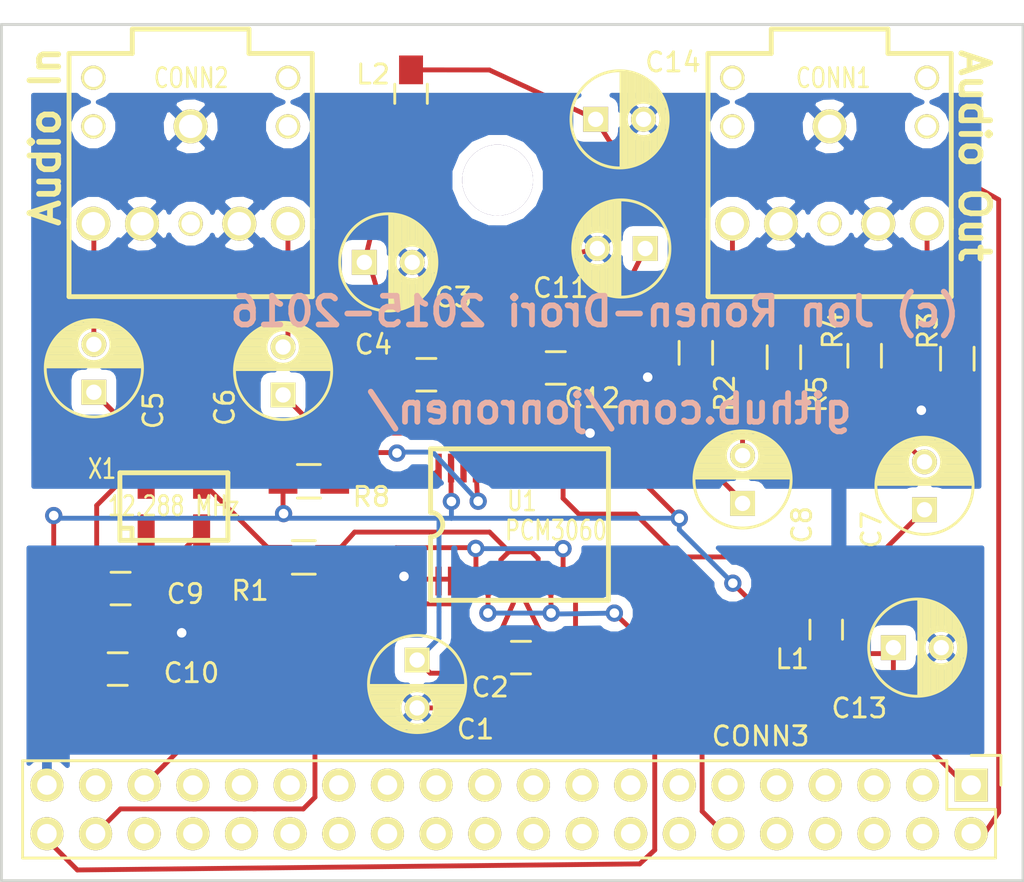
<source format=kicad_pcb>
(kicad_pcb (version 4) (host pcbnew 4.0.2-4+6225~38~ubuntu14.04.1-stable)

  (general
    (links 65)
    (no_connects 0)
    (area 40.183999 15.8568 94.9689 62.156733)
    (thickness 1.6)
    (drawings 8)
    (tracks 214)
    (zones 0)
    (modules 28)
    (nets 62)
  )

  (page User 135.001 110.007)
  (layers
    (0 F.Cu signal)
    (31 B.Cu signal)
    (32 B.Adhes user)
    (33 F.Adhes user)
    (34 B.Paste user)
    (35 F.Paste user)
    (36 B.SilkS user)
    (37 F.SilkS user)
    (38 B.Mask user)
    (39 F.Mask user)
    (40 Dwgs.User user)
    (41 Cmts.User user)
    (42 Eco1.User user)
    (43 Eco2.User user)
    (44 Edge.Cuts user)
    (45 Margin user)
    (46 B.CrtYd user)
    (47 F.CrtYd user)
    (48 B.Fab user)
    (49 F.Fab user)
  )

  (setup
    (last_trace_width 0.254)
    (trace_clearance 0.2)
    (zone_clearance 0.508)
    (zone_45_only yes)
    (trace_min 0.254)
    (segment_width 0.2)
    (edge_width 0.15)
    (via_size 0.9)
    (via_drill 0.5)
    (via_min_size 0.9)
    (via_min_drill 0.5)
    (uvia_size 0.3)
    (uvia_drill 0.1)
    (uvias_allowed no)
    (uvia_min_size 0.2)
    (uvia_min_drill 0.1)
    (pcb_text_width 0.3)
    (pcb_text_size 1.5 1.5)
    (mod_edge_width 0.15)
    (mod_text_size 1 1)
    (mod_text_width 0.15)
    (pad_size 1.524 1.524)
    (pad_drill 0.762)
    (pad_to_mask_clearance 0.2)
    (aux_axis_origin 37.6936 58.4835)
    (grid_origin 37.719 58.4835)
    (visible_elements FFFFFF7F)
    (pcbplotparams
      (layerselection 0x010fc_80000001)
      (usegerberextensions false)
      (excludeedgelayer true)
      (linewidth 0.254000)
      (plotframeref false)
      (viasonmask false)
      (mode 1)
      (useauxorigin false)
      (hpglpennumber 1)
      (hpglpenspeed 20)
      (hpglpendiameter 15)
      (hpglpenoverlay 2)
      (psnegative false)
      (psa4output false)
      (plotreference true)
      (plotvalue true)
      (plotinvisibletext false)
      (padsonsilk false)
      (subtractmaskfromsilk false)
      (outputformat 1)
      (mirror false)
      (drillshape 0)
      (scaleselection 1)
      (outputdirectory gerber/))
  )

  (net 0 "")
  (net 1 VDD)
  (net 2 Earth)
  (net 3 VCC)
  (net 4 "Net-(C5-Pad1)")
  (net 5 INL)
  (net 6 "Net-(C6-Pad1)")
  (net 7 INR)
  (net 8 "Net-(C7-Pad1)")
  (net 9 "Net-(C7-Pad2)")
  (net 10 "Net-(C8-Pad1)")
  (net 11 "Net-(C8-Pad2)")
  (net 12 "Net-(C11-Pad1)")
  (net 13 "Net-(C13-Pad1)")
  (net 14 "Net-(C14-Pad1)")
  (net 15 OUTL)
  (net 16 OUTR)
  (net 17 "Net-(CONN3-Pad3)")
  (net 18 "Net-(CONN3-Pad4)")
  (net 19 "Net-(CONN3-Pad5)")
  (net 20 "Net-(CONN3-Pad6)")
  (net 21 "Net-(CONN3-Pad7)")
  (net 22 "Net-(CONN3-Pad8)")
  (net 23 "Net-(CONN3-Pad9)")
  (net 24 "Net-(CONN3-Pad10)")
  (net 25 "Net-(CONN3-Pad11)")
  (net 26 BCK)
  (net 27 "Net-(CONN3-Pad13)")
  (net 28 "Net-(CONN3-Pad14)")
  (net 29 "Net-(CONN3-Pad15)")
  (net 30 "Net-(CONN3-Pad16)")
  (net 31 "Net-(CONN3-Pad17)")
  (net 32 "Net-(CONN3-Pad18)")
  (net 33 "Net-(CONN3-Pad19)")
  (net 34 "Net-(CONN3-Pad20)")
  (net 35 "Net-(CONN3-Pad21)")
  (net 36 "Net-(CONN3-Pad22)")
  (net 37 "Net-(CONN3-Pad23)")
  (net 38 "Net-(CONN3-Pad24)")
  (net 39 "Net-(CONN3-Pad25)")
  (net 40 "Net-(CONN3-Pad26)")
  (net 41 "Net-(CONN3-Pad27)")
  (net 42 "Net-(CONN3-Pad28)")
  (net 43 "Net-(CONN3-Pad29)")
  (net 44 "Net-(CONN3-Pad30)")
  (net 45 "Net-(CONN3-Pad31)")
  (net 46 "Net-(CONN3-Pad32)")
  (net 47 "Net-(CONN3-Pad33)")
  (net 48 "Net-(CONN3-Pad34)")
  (net 49 WS)
  (net 50 "Net-(CONN3-Pad36)")
  (net 51 "Net-(CONN3-Pad37)")
  (net 52 DATAO)
  (net 53 DATAI)
  (net 54 "Net-(R1-Pad1)")
  (net 55 SYSCLK)
  (net 56 "Net-(R8-Pad1)")
  (net 57 "Net-(U1-Pad13)")
  (net 58 "Net-(U1-Pad14)")
  (net 59 "Net-(U1-Pad17)")
  (net 60 "Net-(U1-Pad19)")
  (net 61 "Net-(X1-Pad1)")

  (net_class Default "This is the default net class."
    (clearance 0.2)
    (trace_width 0.254)
    (via_dia 0.9)
    (via_drill 0.5)
    (uvia_dia 0.3)
    (uvia_drill 0.1)
    (add_net BCK)
    (add_net DATAI)
    (add_net DATAO)
    (add_net Earth)
    (add_net INL)
    (add_net INR)
    (add_net "Net-(C11-Pad1)")
    (add_net "Net-(C13-Pad1)")
    (add_net "Net-(C14-Pad1)")
    (add_net "Net-(C5-Pad1)")
    (add_net "Net-(C6-Pad1)")
    (add_net "Net-(C7-Pad1)")
    (add_net "Net-(C7-Pad2)")
    (add_net "Net-(C8-Pad1)")
    (add_net "Net-(C8-Pad2)")
    (add_net "Net-(CONN3-Pad10)")
    (add_net "Net-(CONN3-Pad11)")
    (add_net "Net-(CONN3-Pad13)")
    (add_net "Net-(CONN3-Pad14)")
    (add_net "Net-(CONN3-Pad15)")
    (add_net "Net-(CONN3-Pad16)")
    (add_net "Net-(CONN3-Pad17)")
    (add_net "Net-(CONN3-Pad18)")
    (add_net "Net-(CONN3-Pad19)")
    (add_net "Net-(CONN3-Pad20)")
    (add_net "Net-(CONN3-Pad21)")
    (add_net "Net-(CONN3-Pad22)")
    (add_net "Net-(CONN3-Pad23)")
    (add_net "Net-(CONN3-Pad24)")
    (add_net "Net-(CONN3-Pad25)")
    (add_net "Net-(CONN3-Pad26)")
    (add_net "Net-(CONN3-Pad27)")
    (add_net "Net-(CONN3-Pad28)")
    (add_net "Net-(CONN3-Pad29)")
    (add_net "Net-(CONN3-Pad3)")
    (add_net "Net-(CONN3-Pad30)")
    (add_net "Net-(CONN3-Pad31)")
    (add_net "Net-(CONN3-Pad32)")
    (add_net "Net-(CONN3-Pad33)")
    (add_net "Net-(CONN3-Pad34)")
    (add_net "Net-(CONN3-Pad36)")
    (add_net "Net-(CONN3-Pad37)")
    (add_net "Net-(CONN3-Pad4)")
    (add_net "Net-(CONN3-Pad5)")
    (add_net "Net-(CONN3-Pad6)")
    (add_net "Net-(CONN3-Pad7)")
    (add_net "Net-(CONN3-Pad8)")
    (add_net "Net-(CONN3-Pad9)")
    (add_net "Net-(R1-Pad1)")
    (add_net "Net-(R8-Pad1)")
    (add_net "Net-(U1-Pad13)")
    (add_net "Net-(U1-Pad14)")
    (add_net "Net-(U1-Pad17)")
    (add_net "Net-(U1-Pad19)")
    (add_net "Net-(X1-Pad1)")
    (add_net OUTL)
    (add_net OUTR)
    (add_net SYSCLK)
    (add_net VCC)
    (add_net VDD)
    (add_net WS)
  )

  (module Capacitors_ThroughHole:C_Radial_D5_L11_P2.5 (layer F.Cu) (tedit 56A523D4) (tstamp 569EA2A8)
    (at 61.9633 50.5206 270)
    (descr "Radial Electrolytic Capacitor Diameter 5mm x Length 11mm, Pitch 2.5mm")
    (tags "Electrolytic Capacitor")
    (path /5696CC0D)
    (fp_text reference C1 (at 3.6195 -3.048 360) (layer F.SilkS)
      (effects (font (size 1 1) (thickness 0.15)))
    )
    (fp_text value 10uF (at 3.3909 3.429 360) (layer F.Fab)
      (effects (font (size 1 1) (thickness 0.15)))
    )
    (fp_line (start 1.325 -2.499) (end 1.325 2.499) (layer F.SilkS) (width 0.15))
    (fp_line (start 1.465 -2.491) (end 1.465 2.491) (layer F.SilkS) (width 0.15))
    (fp_line (start 1.605 -2.475) (end 1.605 -0.095) (layer F.SilkS) (width 0.15))
    (fp_line (start 1.605 0.095) (end 1.605 2.475) (layer F.SilkS) (width 0.15))
    (fp_line (start 1.745 -2.451) (end 1.745 -0.49) (layer F.SilkS) (width 0.15))
    (fp_line (start 1.745 0.49) (end 1.745 2.451) (layer F.SilkS) (width 0.15))
    (fp_line (start 1.885 -2.418) (end 1.885 -0.657) (layer F.SilkS) (width 0.15))
    (fp_line (start 1.885 0.657) (end 1.885 2.418) (layer F.SilkS) (width 0.15))
    (fp_line (start 2.025 -2.377) (end 2.025 -0.764) (layer F.SilkS) (width 0.15))
    (fp_line (start 2.025 0.764) (end 2.025 2.377) (layer F.SilkS) (width 0.15))
    (fp_line (start 2.165 -2.327) (end 2.165 -0.835) (layer F.SilkS) (width 0.15))
    (fp_line (start 2.165 0.835) (end 2.165 2.327) (layer F.SilkS) (width 0.15))
    (fp_line (start 2.305 -2.266) (end 2.305 -0.879) (layer F.SilkS) (width 0.15))
    (fp_line (start 2.305 0.879) (end 2.305 2.266) (layer F.SilkS) (width 0.15))
    (fp_line (start 2.445 -2.196) (end 2.445 -0.898) (layer F.SilkS) (width 0.15))
    (fp_line (start 2.445 0.898) (end 2.445 2.196) (layer F.SilkS) (width 0.15))
    (fp_line (start 2.585 -2.114) (end 2.585 -0.896) (layer F.SilkS) (width 0.15))
    (fp_line (start 2.585 0.896) (end 2.585 2.114) (layer F.SilkS) (width 0.15))
    (fp_line (start 2.725 -2.019) (end 2.725 -0.871) (layer F.SilkS) (width 0.15))
    (fp_line (start 2.725 0.871) (end 2.725 2.019) (layer F.SilkS) (width 0.15))
    (fp_line (start 2.865 -1.908) (end 2.865 -0.823) (layer F.SilkS) (width 0.15))
    (fp_line (start 2.865 0.823) (end 2.865 1.908) (layer F.SilkS) (width 0.15))
    (fp_line (start 3.005 -1.78) (end 3.005 -0.745) (layer F.SilkS) (width 0.15))
    (fp_line (start 3.005 0.745) (end 3.005 1.78) (layer F.SilkS) (width 0.15))
    (fp_line (start 3.145 -1.631) (end 3.145 -0.628) (layer F.SilkS) (width 0.15))
    (fp_line (start 3.145 0.628) (end 3.145 1.631) (layer F.SilkS) (width 0.15))
    (fp_line (start 3.285 -1.452) (end 3.285 -0.44) (layer F.SilkS) (width 0.15))
    (fp_line (start 3.285 0.44) (end 3.285 1.452) (layer F.SilkS) (width 0.15))
    (fp_line (start 3.425 -1.233) (end 3.425 1.233) (layer F.SilkS) (width 0.15))
    (fp_line (start 3.565 -0.944) (end 3.565 0.944) (layer F.SilkS) (width 0.15))
    (fp_line (start 3.705 -0.472) (end 3.705 0.472) (layer F.SilkS) (width 0.15))
    (fp_circle (center 2.5 0) (end 2.5 -0.9) (layer F.SilkS) (width 0.15))
    (fp_circle (center 1.25 0) (end 1.25 -2.5375) (layer F.SilkS) (width 0.15))
    (fp_circle (center 1.25 0) (end 1.25 -2.8) (layer F.CrtYd) (width 0.05))
    (pad 1 thru_hole rect (at 0 0 270) (size 1.3 1.3) (drill 0.8) (layers *.Cu *.Mask F.SilkS)
      (net 1 VDD))
    (pad 2 thru_hole circle (at 2.5 0 270) (size 1.3 1.3) (drill 0.8) (layers *.Cu *.Mask F.SilkS)
      (net 2 Earth))
    (model Capacitors_ThroughHole.3dshapes/C_Radial_D5_L11_P2.5.wrl
      (at (xyz 0.049213 0 0))
      (scale (xyz 1 1 1))
      (rotate (xyz 0 0 90))
    )
  )

  (module Capacitors_SMD:C_0805_HandSoldering (layer F.Cu) (tedit 56A523E1) (tstamp 569EA2AE)
    (at 67.3862 50.3936)
    (descr "Capacitor SMD 0805, hand soldering")
    (tags "capacitor 0805")
    (path /5696CBC8)
    (attr smd)
    (fp_text reference C2 (at -1.6129 1.5494) (layer F.SilkS)
      (effects (font (size 1 1) (thickness 0.15)))
    )
    (fp_text value 100nF (at 2.2352 1.7399) (layer F.Fab)
      (effects (font (size 1 1) (thickness 0.15)))
    )
    (fp_line (start -2.3 -1) (end 2.3 -1) (layer F.CrtYd) (width 0.05))
    (fp_line (start -2.3 1) (end 2.3 1) (layer F.CrtYd) (width 0.05))
    (fp_line (start -2.3 -1) (end -2.3 1) (layer F.CrtYd) (width 0.05))
    (fp_line (start 2.3 -1) (end 2.3 1) (layer F.CrtYd) (width 0.05))
    (fp_line (start 0.5 -0.85) (end -0.5 -0.85) (layer F.SilkS) (width 0.15))
    (fp_line (start -0.5 0.85) (end 0.5 0.85) (layer F.SilkS) (width 0.15))
    (pad 1 smd rect (at -1.25 0) (size 1.5 1.25) (layers F.Cu F.Paste F.Mask)
      (net 1 VDD))
    (pad 2 smd rect (at 1.25 0) (size 1.5 1.25) (layers F.Cu F.Paste F.Mask)
      (net 2 Earth))
    (model Capacitors_SMD.3dshapes/C_0805_HandSoldering.wrl
      (at (xyz 0 0 0))
      (scale (xyz 1 1 1))
      (rotate (xyz 0 0 0))
    )
  )

  (module Capacitors_ThroughHole:C_Radial_D5_L11_P2.5 (layer F.Cu) (tedit 56AB73C1) (tstamp 569EA2B4)
    (at 59.2074 29.7561)
    (descr "Radial Electrolytic Capacitor Diameter 5mm x Length 11mm, Pitch 2.5mm")
    (tags "Electrolytic Capacitor")
    (path /5696C4D9)
    (fp_text reference C3 (at 4.6482 1.8288) (layer F.SilkS)
      (effects (font (size 1 1) (thickness 0.15)))
    )
    (fp_text value 10uF (at 5.9817 0.2667) (layer F.Fab)
      (effects (font (size 1 1) (thickness 0.15)))
    )
    (fp_line (start 1.325 -2.499) (end 1.325 2.499) (layer F.SilkS) (width 0.15))
    (fp_line (start 1.465 -2.491) (end 1.465 2.491) (layer F.SilkS) (width 0.15))
    (fp_line (start 1.605 -2.475) (end 1.605 -0.095) (layer F.SilkS) (width 0.15))
    (fp_line (start 1.605 0.095) (end 1.605 2.475) (layer F.SilkS) (width 0.15))
    (fp_line (start 1.745 -2.451) (end 1.745 -0.49) (layer F.SilkS) (width 0.15))
    (fp_line (start 1.745 0.49) (end 1.745 2.451) (layer F.SilkS) (width 0.15))
    (fp_line (start 1.885 -2.418) (end 1.885 -0.657) (layer F.SilkS) (width 0.15))
    (fp_line (start 1.885 0.657) (end 1.885 2.418) (layer F.SilkS) (width 0.15))
    (fp_line (start 2.025 -2.377) (end 2.025 -0.764) (layer F.SilkS) (width 0.15))
    (fp_line (start 2.025 0.764) (end 2.025 2.377) (layer F.SilkS) (width 0.15))
    (fp_line (start 2.165 -2.327) (end 2.165 -0.835) (layer F.SilkS) (width 0.15))
    (fp_line (start 2.165 0.835) (end 2.165 2.327) (layer F.SilkS) (width 0.15))
    (fp_line (start 2.305 -2.266) (end 2.305 -0.879) (layer F.SilkS) (width 0.15))
    (fp_line (start 2.305 0.879) (end 2.305 2.266) (layer F.SilkS) (width 0.15))
    (fp_line (start 2.445 -2.196) (end 2.445 -0.898) (layer F.SilkS) (width 0.15))
    (fp_line (start 2.445 0.898) (end 2.445 2.196) (layer F.SilkS) (width 0.15))
    (fp_line (start 2.585 -2.114) (end 2.585 -0.896) (layer F.SilkS) (width 0.15))
    (fp_line (start 2.585 0.896) (end 2.585 2.114) (layer F.SilkS) (width 0.15))
    (fp_line (start 2.725 -2.019) (end 2.725 -0.871) (layer F.SilkS) (width 0.15))
    (fp_line (start 2.725 0.871) (end 2.725 2.019) (layer F.SilkS) (width 0.15))
    (fp_line (start 2.865 -1.908) (end 2.865 -0.823) (layer F.SilkS) (width 0.15))
    (fp_line (start 2.865 0.823) (end 2.865 1.908) (layer F.SilkS) (width 0.15))
    (fp_line (start 3.005 -1.78) (end 3.005 -0.745) (layer F.SilkS) (width 0.15))
    (fp_line (start 3.005 0.745) (end 3.005 1.78) (layer F.SilkS) (width 0.15))
    (fp_line (start 3.145 -1.631) (end 3.145 -0.628) (layer F.SilkS) (width 0.15))
    (fp_line (start 3.145 0.628) (end 3.145 1.631) (layer F.SilkS) (width 0.15))
    (fp_line (start 3.285 -1.452) (end 3.285 -0.44) (layer F.SilkS) (width 0.15))
    (fp_line (start 3.285 0.44) (end 3.285 1.452) (layer F.SilkS) (width 0.15))
    (fp_line (start 3.425 -1.233) (end 3.425 1.233) (layer F.SilkS) (width 0.15))
    (fp_line (start 3.565 -0.944) (end 3.565 0.944) (layer F.SilkS) (width 0.15))
    (fp_line (start 3.705 -0.472) (end 3.705 0.472) (layer F.SilkS) (width 0.15))
    (fp_circle (center 2.5 0) (end 2.5 -0.9) (layer F.SilkS) (width 0.15))
    (fp_circle (center 1.25 0) (end 1.25 -2.5375) (layer F.SilkS) (width 0.15))
    (fp_circle (center 1.25 0) (end 1.25 -2.8) (layer F.CrtYd) (width 0.05))
    (pad 1 thru_hole rect (at 0 0) (size 1.3 1.3) (drill 0.8) (layers *.Cu *.Mask F.SilkS)
      (net 3 VCC))
    (pad 2 thru_hole circle (at 2.5 0) (size 1.3 1.3) (drill 0.8) (layers *.Cu *.Mask F.SilkS)
      (net 2 Earth))
    (model Capacitors_ThroughHole.3dshapes/C_Radial_D5_L11_P2.5.wrl
      (at (xyz 0.049213 0 0))
      (scale (xyz 1 1 1))
      (rotate (xyz 0 0 90))
    )
  )

  (module Capacitors_SMD:C_0805_HandSoldering (layer F.Cu) (tedit 56A51C39) (tstamp 569EA2BA)
    (at 62.4459 35.6235)
    (descr "Capacitor SMD 0805, hand soldering")
    (tags "capacitor 0805")
    (path /5696C547)
    (attr smd)
    (fp_text reference C4 (at -2.7686 -1.5748) (layer F.SilkS)
      (effects (font (size 1 1) (thickness 0.15)))
    )
    (fp_text value 100nF (at 0.889 -1.7145) (layer F.Fab)
      (effects (font (size 1 1) (thickness 0.15)))
    )
    (fp_line (start -2.3 -1) (end 2.3 -1) (layer F.CrtYd) (width 0.05))
    (fp_line (start -2.3 1) (end 2.3 1) (layer F.CrtYd) (width 0.05))
    (fp_line (start -2.3 -1) (end -2.3 1) (layer F.CrtYd) (width 0.05))
    (fp_line (start 2.3 -1) (end 2.3 1) (layer F.CrtYd) (width 0.05))
    (fp_line (start 0.5 -0.85) (end -0.5 -0.85) (layer F.SilkS) (width 0.15))
    (fp_line (start -0.5 0.85) (end 0.5 0.85) (layer F.SilkS) (width 0.15))
    (pad 1 smd rect (at -1.25 0) (size 1.5 1.25) (layers F.Cu F.Paste F.Mask)
      (net 3 VCC))
    (pad 2 smd rect (at 1.25 0) (size 1.5 1.25) (layers F.Cu F.Paste F.Mask)
      (net 2 Earth))
    (model Capacitors_SMD.3dshapes/C_0805_HandSoldering.wrl
      (at (xyz 0 0 0))
      (scale (xyz 1 1 1))
      (rotate (xyz 0 0 0))
    )
  )

  (module Capacitors_ThroughHole:C_Radial_D5_L11_P2.5 (layer F.Cu) (tedit 56A51C22) (tstamp 569EA2C0)
    (at 45.085 36.5379 90)
    (descr "Radial Electrolytic Capacitor Diameter 5mm x Length 11mm, Pitch 2.5mm")
    (tags "Electrolytic Capacitor")
    (path /569713E1)
    (fp_text reference C5 (at -0.9525 3.0988 90) (layer F.SilkS)
      (effects (font (size 1 1) (thickness 0.15)))
    )
    (fp_text value 4.7uF (at 2.5654 3.5179 90) (layer F.Fab)
      (effects (font (size 1 1) (thickness 0.15)))
    )
    (fp_line (start 1.325 -2.499) (end 1.325 2.499) (layer F.SilkS) (width 0.15))
    (fp_line (start 1.465 -2.491) (end 1.465 2.491) (layer F.SilkS) (width 0.15))
    (fp_line (start 1.605 -2.475) (end 1.605 -0.095) (layer F.SilkS) (width 0.15))
    (fp_line (start 1.605 0.095) (end 1.605 2.475) (layer F.SilkS) (width 0.15))
    (fp_line (start 1.745 -2.451) (end 1.745 -0.49) (layer F.SilkS) (width 0.15))
    (fp_line (start 1.745 0.49) (end 1.745 2.451) (layer F.SilkS) (width 0.15))
    (fp_line (start 1.885 -2.418) (end 1.885 -0.657) (layer F.SilkS) (width 0.15))
    (fp_line (start 1.885 0.657) (end 1.885 2.418) (layer F.SilkS) (width 0.15))
    (fp_line (start 2.025 -2.377) (end 2.025 -0.764) (layer F.SilkS) (width 0.15))
    (fp_line (start 2.025 0.764) (end 2.025 2.377) (layer F.SilkS) (width 0.15))
    (fp_line (start 2.165 -2.327) (end 2.165 -0.835) (layer F.SilkS) (width 0.15))
    (fp_line (start 2.165 0.835) (end 2.165 2.327) (layer F.SilkS) (width 0.15))
    (fp_line (start 2.305 -2.266) (end 2.305 -0.879) (layer F.SilkS) (width 0.15))
    (fp_line (start 2.305 0.879) (end 2.305 2.266) (layer F.SilkS) (width 0.15))
    (fp_line (start 2.445 -2.196) (end 2.445 -0.898) (layer F.SilkS) (width 0.15))
    (fp_line (start 2.445 0.898) (end 2.445 2.196) (layer F.SilkS) (width 0.15))
    (fp_line (start 2.585 -2.114) (end 2.585 -0.896) (layer F.SilkS) (width 0.15))
    (fp_line (start 2.585 0.896) (end 2.585 2.114) (layer F.SilkS) (width 0.15))
    (fp_line (start 2.725 -2.019) (end 2.725 -0.871) (layer F.SilkS) (width 0.15))
    (fp_line (start 2.725 0.871) (end 2.725 2.019) (layer F.SilkS) (width 0.15))
    (fp_line (start 2.865 -1.908) (end 2.865 -0.823) (layer F.SilkS) (width 0.15))
    (fp_line (start 2.865 0.823) (end 2.865 1.908) (layer F.SilkS) (width 0.15))
    (fp_line (start 3.005 -1.78) (end 3.005 -0.745) (layer F.SilkS) (width 0.15))
    (fp_line (start 3.005 0.745) (end 3.005 1.78) (layer F.SilkS) (width 0.15))
    (fp_line (start 3.145 -1.631) (end 3.145 -0.628) (layer F.SilkS) (width 0.15))
    (fp_line (start 3.145 0.628) (end 3.145 1.631) (layer F.SilkS) (width 0.15))
    (fp_line (start 3.285 -1.452) (end 3.285 -0.44) (layer F.SilkS) (width 0.15))
    (fp_line (start 3.285 0.44) (end 3.285 1.452) (layer F.SilkS) (width 0.15))
    (fp_line (start 3.425 -1.233) (end 3.425 1.233) (layer F.SilkS) (width 0.15))
    (fp_line (start 3.565 -0.944) (end 3.565 0.944) (layer F.SilkS) (width 0.15))
    (fp_line (start 3.705 -0.472) (end 3.705 0.472) (layer F.SilkS) (width 0.15))
    (fp_circle (center 2.5 0) (end 2.5 -0.9) (layer F.SilkS) (width 0.15))
    (fp_circle (center 1.25 0) (end 1.25 -2.5375) (layer F.SilkS) (width 0.15))
    (fp_circle (center 1.25 0) (end 1.25 -2.8) (layer F.CrtYd) (width 0.05))
    (pad 1 thru_hole rect (at 0 0 90) (size 1.3 1.3) (drill 0.8) (layers *.Cu *.Mask F.SilkS)
      (net 4 "Net-(C5-Pad1)"))
    (pad 2 thru_hole circle (at 2.5 0 90) (size 1.3 1.3) (drill 0.8) (layers *.Cu *.Mask F.SilkS)
      (net 5 INL))
    (model Capacitors_ThroughHole.3dshapes/C_Radial_D5_L11_P2.5.wrl
      (at (xyz 0.049213 0 0))
      (scale (xyz 1 1 1))
      (rotate (xyz 0 0 90))
    )
  )

  (module Capacitors_ThroughHole:C_Radial_D5_L11_P2.5 (layer F.Cu) (tedit 56A51C1A) (tstamp 569EA2C6)
    (at 54.9656 36.6776 90)
    (descr "Radial Electrolytic Capacitor Diameter 5mm x Length 11mm, Pitch 2.5mm")
    (tags "Electrolytic Capacitor")
    (path /5697144B)
    (fp_text reference C6 (at -0.6477 -3.048 90) (layer F.SilkS)
      (effects (font (size 1 1) (thickness 0.15)))
    )
    (fp_text value 4.7uF (at 2.8067 -3.3528 90) (layer F.Fab)
      (effects (font (size 1 1) (thickness 0.15)))
    )
    (fp_line (start 1.325 -2.499) (end 1.325 2.499) (layer F.SilkS) (width 0.15))
    (fp_line (start 1.465 -2.491) (end 1.465 2.491) (layer F.SilkS) (width 0.15))
    (fp_line (start 1.605 -2.475) (end 1.605 -0.095) (layer F.SilkS) (width 0.15))
    (fp_line (start 1.605 0.095) (end 1.605 2.475) (layer F.SilkS) (width 0.15))
    (fp_line (start 1.745 -2.451) (end 1.745 -0.49) (layer F.SilkS) (width 0.15))
    (fp_line (start 1.745 0.49) (end 1.745 2.451) (layer F.SilkS) (width 0.15))
    (fp_line (start 1.885 -2.418) (end 1.885 -0.657) (layer F.SilkS) (width 0.15))
    (fp_line (start 1.885 0.657) (end 1.885 2.418) (layer F.SilkS) (width 0.15))
    (fp_line (start 2.025 -2.377) (end 2.025 -0.764) (layer F.SilkS) (width 0.15))
    (fp_line (start 2.025 0.764) (end 2.025 2.377) (layer F.SilkS) (width 0.15))
    (fp_line (start 2.165 -2.327) (end 2.165 -0.835) (layer F.SilkS) (width 0.15))
    (fp_line (start 2.165 0.835) (end 2.165 2.327) (layer F.SilkS) (width 0.15))
    (fp_line (start 2.305 -2.266) (end 2.305 -0.879) (layer F.SilkS) (width 0.15))
    (fp_line (start 2.305 0.879) (end 2.305 2.266) (layer F.SilkS) (width 0.15))
    (fp_line (start 2.445 -2.196) (end 2.445 -0.898) (layer F.SilkS) (width 0.15))
    (fp_line (start 2.445 0.898) (end 2.445 2.196) (layer F.SilkS) (width 0.15))
    (fp_line (start 2.585 -2.114) (end 2.585 -0.896) (layer F.SilkS) (width 0.15))
    (fp_line (start 2.585 0.896) (end 2.585 2.114) (layer F.SilkS) (width 0.15))
    (fp_line (start 2.725 -2.019) (end 2.725 -0.871) (layer F.SilkS) (width 0.15))
    (fp_line (start 2.725 0.871) (end 2.725 2.019) (layer F.SilkS) (width 0.15))
    (fp_line (start 2.865 -1.908) (end 2.865 -0.823) (layer F.SilkS) (width 0.15))
    (fp_line (start 2.865 0.823) (end 2.865 1.908) (layer F.SilkS) (width 0.15))
    (fp_line (start 3.005 -1.78) (end 3.005 -0.745) (layer F.SilkS) (width 0.15))
    (fp_line (start 3.005 0.745) (end 3.005 1.78) (layer F.SilkS) (width 0.15))
    (fp_line (start 3.145 -1.631) (end 3.145 -0.628) (layer F.SilkS) (width 0.15))
    (fp_line (start 3.145 0.628) (end 3.145 1.631) (layer F.SilkS) (width 0.15))
    (fp_line (start 3.285 -1.452) (end 3.285 -0.44) (layer F.SilkS) (width 0.15))
    (fp_line (start 3.285 0.44) (end 3.285 1.452) (layer F.SilkS) (width 0.15))
    (fp_line (start 3.425 -1.233) (end 3.425 1.233) (layer F.SilkS) (width 0.15))
    (fp_line (start 3.565 -0.944) (end 3.565 0.944) (layer F.SilkS) (width 0.15))
    (fp_line (start 3.705 -0.472) (end 3.705 0.472) (layer F.SilkS) (width 0.15))
    (fp_circle (center 2.5 0) (end 2.5 -0.9) (layer F.SilkS) (width 0.15))
    (fp_circle (center 1.25 0) (end 1.25 -2.5375) (layer F.SilkS) (width 0.15))
    (fp_circle (center 1.25 0) (end 1.25 -2.8) (layer F.CrtYd) (width 0.05))
    (pad 1 thru_hole rect (at 0 0 90) (size 1.3 1.3) (drill 0.8) (layers *.Cu *.Mask F.SilkS)
      (net 6 "Net-(C6-Pad1)"))
    (pad 2 thru_hole circle (at 2.5 0 90) (size 1.3 1.3) (drill 0.8) (layers *.Cu *.Mask F.SilkS)
      (net 7 INR))
    (model Capacitors_ThroughHole.3dshapes/C_Radial_D5_L11_P2.5.wrl
      (at (xyz 0.049213 0 0))
      (scale (xyz 1 1 1))
      (rotate (xyz 0 0 90))
    )
  )

  (module Capacitors_ThroughHole:C_Radial_D5_L11_P2.5 (layer F.Cu) (tedit 56A51C5D) (tstamp 569EA2CC)
    (at 88.4555 42.672 90)
    (descr "Radial Electrolytic Capacitor Diameter 5mm x Length 11mm, Pitch 2.5mm")
    (tags "Electrolytic Capacitor")
    (path /5696ED67)
    (fp_text reference C7 (at -1.0414 -2.7686 90) (layer F.SilkS)
      (effects (font (size 1 1) (thickness 0.15)))
    )
    (fp_text value 22uF (at 2.3368 -3.4417 90) (layer F.Fab)
      (effects (font (size 1 1) (thickness 0.15)))
    )
    (fp_line (start 1.325 -2.499) (end 1.325 2.499) (layer F.SilkS) (width 0.15))
    (fp_line (start 1.465 -2.491) (end 1.465 2.491) (layer F.SilkS) (width 0.15))
    (fp_line (start 1.605 -2.475) (end 1.605 -0.095) (layer F.SilkS) (width 0.15))
    (fp_line (start 1.605 0.095) (end 1.605 2.475) (layer F.SilkS) (width 0.15))
    (fp_line (start 1.745 -2.451) (end 1.745 -0.49) (layer F.SilkS) (width 0.15))
    (fp_line (start 1.745 0.49) (end 1.745 2.451) (layer F.SilkS) (width 0.15))
    (fp_line (start 1.885 -2.418) (end 1.885 -0.657) (layer F.SilkS) (width 0.15))
    (fp_line (start 1.885 0.657) (end 1.885 2.418) (layer F.SilkS) (width 0.15))
    (fp_line (start 2.025 -2.377) (end 2.025 -0.764) (layer F.SilkS) (width 0.15))
    (fp_line (start 2.025 0.764) (end 2.025 2.377) (layer F.SilkS) (width 0.15))
    (fp_line (start 2.165 -2.327) (end 2.165 -0.835) (layer F.SilkS) (width 0.15))
    (fp_line (start 2.165 0.835) (end 2.165 2.327) (layer F.SilkS) (width 0.15))
    (fp_line (start 2.305 -2.266) (end 2.305 -0.879) (layer F.SilkS) (width 0.15))
    (fp_line (start 2.305 0.879) (end 2.305 2.266) (layer F.SilkS) (width 0.15))
    (fp_line (start 2.445 -2.196) (end 2.445 -0.898) (layer F.SilkS) (width 0.15))
    (fp_line (start 2.445 0.898) (end 2.445 2.196) (layer F.SilkS) (width 0.15))
    (fp_line (start 2.585 -2.114) (end 2.585 -0.896) (layer F.SilkS) (width 0.15))
    (fp_line (start 2.585 0.896) (end 2.585 2.114) (layer F.SilkS) (width 0.15))
    (fp_line (start 2.725 -2.019) (end 2.725 -0.871) (layer F.SilkS) (width 0.15))
    (fp_line (start 2.725 0.871) (end 2.725 2.019) (layer F.SilkS) (width 0.15))
    (fp_line (start 2.865 -1.908) (end 2.865 -0.823) (layer F.SilkS) (width 0.15))
    (fp_line (start 2.865 0.823) (end 2.865 1.908) (layer F.SilkS) (width 0.15))
    (fp_line (start 3.005 -1.78) (end 3.005 -0.745) (layer F.SilkS) (width 0.15))
    (fp_line (start 3.005 0.745) (end 3.005 1.78) (layer F.SilkS) (width 0.15))
    (fp_line (start 3.145 -1.631) (end 3.145 -0.628) (layer F.SilkS) (width 0.15))
    (fp_line (start 3.145 0.628) (end 3.145 1.631) (layer F.SilkS) (width 0.15))
    (fp_line (start 3.285 -1.452) (end 3.285 -0.44) (layer F.SilkS) (width 0.15))
    (fp_line (start 3.285 0.44) (end 3.285 1.452) (layer F.SilkS) (width 0.15))
    (fp_line (start 3.425 -1.233) (end 3.425 1.233) (layer F.SilkS) (width 0.15))
    (fp_line (start 3.565 -0.944) (end 3.565 0.944) (layer F.SilkS) (width 0.15))
    (fp_line (start 3.705 -0.472) (end 3.705 0.472) (layer F.SilkS) (width 0.15))
    (fp_circle (center 2.5 0) (end 2.5 -0.9) (layer F.SilkS) (width 0.15))
    (fp_circle (center 1.25 0) (end 1.25 -2.5375) (layer F.SilkS) (width 0.15))
    (fp_circle (center 1.25 0) (end 1.25 -2.8) (layer F.CrtYd) (width 0.05))
    (pad 1 thru_hole rect (at 0 0 90) (size 1.3 1.3) (drill 0.8) (layers *.Cu *.Mask F.SilkS)
      (net 8 "Net-(C7-Pad1)"))
    (pad 2 thru_hole circle (at 2.5 0 90) (size 1.3 1.3) (drill 0.8) (layers *.Cu *.Mask F.SilkS)
      (net 9 "Net-(C7-Pad2)"))
    (model Capacitors_ThroughHole.3dshapes/C_Radial_D5_L11_P2.5.wrl
      (at (xyz 0.049213 0 0))
      (scale (xyz 1 1 1))
      (rotate (xyz 0 0 90))
    )
  )

  (module Capacitors_ThroughHole:C_Radial_D5_L11_P2.5 (layer F.Cu) (tedit 56A51C67) (tstamp 569EA2D2)
    (at 78.9559 42.3418 90)
    (descr "Radial Electrolytic Capacitor Diameter 5mm x Length 11mm, Pitch 2.5mm")
    (tags "Electrolytic Capacitor")
    (path /5696EEE0)
    (fp_text reference C8 (at -1.1176 3.0988 90) (layer F.SilkS)
      (effects (font (size 1 1) (thickness 0.15)))
    )
    (fp_text value 22uF (at 2.2352 3.4925 90) (layer F.Fab)
      (effects (font (size 1 1) (thickness 0.15)))
    )
    (fp_line (start 1.325 -2.499) (end 1.325 2.499) (layer F.SilkS) (width 0.15))
    (fp_line (start 1.465 -2.491) (end 1.465 2.491) (layer F.SilkS) (width 0.15))
    (fp_line (start 1.605 -2.475) (end 1.605 -0.095) (layer F.SilkS) (width 0.15))
    (fp_line (start 1.605 0.095) (end 1.605 2.475) (layer F.SilkS) (width 0.15))
    (fp_line (start 1.745 -2.451) (end 1.745 -0.49) (layer F.SilkS) (width 0.15))
    (fp_line (start 1.745 0.49) (end 1.745 2.451) (layer F.SilkS) (width 0.15))
    (fp_line (start 1.885 -2.418) (end 1.885 -0.657) (layer F.SilkS) (width 0.15))
    (fp_line (start 1.885 0.657) (end 1.885 2.418) (layer F.SilkS) (width 0.15))
    (fp_line (start 2.025 -2.377) (end 2.025 -0.764) (layer F.SilkS) (width 0.15))
    (fp_line (start 2.025 0.764) (end 2.025 2.377) (layer F.SilkS) (width 0.15))
    (fp_line (start 2.165 -2.327) (end 2.165 -0.835) (layer F.SilkS) (width 0.15))
    (fp_line (start 2.165 0.835) (end 2.165 2.327) (layer F.SilkS) (width 0.15))
    (fp_line (start 2.305 -2.266) (end 2.305 -0.879) (layer F.SilkS) (width 0.15))
    (fp_line (start 2.305 0.879) (end 2.305 2.266) (layer F.SilkS) (width 0.15))
    (fp_line (start 2.445 -2.196) (end 2.445 -0.898) (layer F.SilkS) (width 0.15))
    (fp_line (start 2.445 0.898) (end 2.445 2.196) (layer F.SilkS) (width 0.15))
    (fp_line (start 2.585 -2.114) (end 2.585 -0.896) (layer F.SilkS) (width 0.15))
    (fp_line (start 2.585 0.896) (end 2.585 2.114) (layer F.SilkS) (width 0.15))
    (fp_line (start 2.725 -2.019) (end 2.725 -0.871) (layer F.SilkS) (width 0.15))
    (fp_line (start 2.725 0.871) (end 2.725 2.019) (layer F.SilkS) (width 0.15))
    (fp_line (start 2.865 -1.908) (end 2.865 -0.823) (layer F.SilkS) (width 0.15))
    (fp_line (start 2.865 0.823) (end 2.865 1.908) (layer F.SilkS) (width 0.15))
    (fp_line (start 3.005 -1.78) (end 3.005 -0.745) (layer F.SilkS) (width 0.15))
    (fp_line (start 3.005 0.745) (end 3.005 1.78) (layer F.SilkS) (width 0.15))
    (fp_line (start 3.145 -1.631) (end 3.145 -0.628) (layer F.SilkS) (width 0.15))
    (fp_line (start 3.145 0.628) (end 3.145 1.631) (layer F.SilkS) (width 0.15))
    (fp_line (start 3.285 -1.452) (end 3.285 -0.44) (layer F.SilkS) (width 0.15))
    (fp_line (start 3.285 0.44) (end 3.285 1.452) (layer F.SilkS) (width 0.15))
    (fp_line (start 3.425 -1.233) (end 3.425 1.233) (layer F.SilkS) (width 0.15))
    (fp_line (start 3.565 -0.944) (end 3.565 0.944) (layer F.SilkS) (width 0.15))
    (fp_line (start 3.705 -0.472) (end 3.705 0.472) (layer F.SilkS) (width 0.15))
    (fp_circle (center 2.5 0) (end 2.5 -0.9) (layer F.SilkS) (width 0.15))
    (fp_circle (center 1.25 0) (end 1.25 -2.5375) (layer F.SilkS) (width 0.15))
    (fp_circle (center 1.25 0) (end 1.25 -2.8) (layer F.CrtYd) (width 0.05))
    (pad 1 thru_hole rect (at 0 0 90) (size 1.3 1.3) (drill 0.8) (layers *.Cu *.Mask F.SilkS)
      (net 10 "Net-(C8-Pad1)"))
    (pad 2 thru_hole circle (at 2.5 0 90) (size 1.3 1.3) (drill 0.8) (layers *.Cu *.Mask F.SilkS)
      (net 11 "Net-(C8-Pad2)"))
    (model Capacitors_ThroughHole.3dshapes/C_Radial_D5_L11_P2.5.wrl
      (at (xyz 0.049213 0 0))
      (scale (xyz 1 1 1))
      (rotate (xyz 0 0 90))
    )
  )

  (module Capacitors_ThroughHole:C_Radial_D5_L11_P2.5 (layer F.Cu) (tedit 56AB73B8) (tstamp 569EA2D8)
    (at 73.8759 29.0322 180)
    (descr "Radial Electrolytic Capacitor Diameter 5mm x Length 11mm, Pitch 2.5mm")
    (tags "Electrolytic Capacitor")
    (path /5696CAE5)
    (fp_text reference C11 (at 4.4196 -2.0574 180) (layer F.SilkS)
      (effects (font (size 1 1) (thickness 0.15)))
    )
    (fp_text value 10uF (at 5.715 0.5715 180) (layer F.Fab)
      (effects (font (size 1 1) (thickness 0.15)))
    )
    (fp_line (start 1.325 -2.499) (end 1.325 2.499) (layer F.SilkS) (width 0.15))
    (fp_line (start 1.465 -2.491) (end 1.465 2.491) (layer F.SilkS) (width 0.15))
    (fp_line (start 1.605 -2.475) (end 1.605 -0.095) (layer F.SilkS) (width 0.15))
    (fp_line (start 1.605 0.095) (end 1.605 2.475) (layer F.SilkS) (width 0.15))
    (fp_line (start 1.745 -2.451) (end 1.745 -0.49) (layer F.SilkS) (width 0.15))
    (fp_line (start 1.745 0.49) (end 1.745 2.451) (layer F.SilkS) (width 0.15))
    (fp_line (start 1.885 -2.418) (end 1.885 -0.657) (layer F.SilkS) (width 0.15))
    (fp_line (start 1.885 0.657) (end 1.885 2.418) (layer F.SilkS) (width 0.15))
    (fp_line (start 2.025 -2.377) (end 2.025 -0.764) (layer F.SilkS) (width 0.15))
    (fp_line (start 2.025 0.764) (end 2.025 2.377) (layer F.SilkS) (width 0.15))
    (fp_line (start 2.165 -2.327) (end 2.165 -0.835) (layer F.SilkS) (width 0.15))
    (fp_line (start 2.165 0.835) (end 2.165 2.327) (layer F.SilkS) (width 0.15))
    (fp_line (start 2.305 -2.266) (end 2.305 -0.879) (layer F.SilkS) (width 0.15))
    (fp_line (start 2.305 0.879) (end 2.305 2.266) (layer F.SilkS) (width 0.15))
    (fp_line (start 2.445 -2.196) (end 2.445 -0.898) (layer F.SilkS) (width 0.15))
    (fp_line (start 2.445 0.898) (end 2.445 2.196) (layer F.SilkS) (width 0.15))
    (fp_line (start 2.585 -2.114) (end 2.585 -0.896) (layer F.SilkS) (width 0.15))
    (fp_line (start 2.585 0.896) (end 2.585 2.114) (layer F.SilkS) (width 0.15))
    (fp_line (start 2.725 -2.019) (end 2.725 -0.871) (layer F.SilkS) (width 0.15))
    (fp_line (start 2.725 0.871) (end 2.725 2.019) (layer F.SilkS) (width 0.15))
    (fp_line (start 2.865 -1.908) (end 2.865 -0.823) (layer F.SilkS) (width 0.15))
    (fp_line (start 2.865 0.823) (end 2.865 1.908) (layer F.SilkS) (width 0.15))
    (fp_line (start 3.005 -1.78) (end 3.005 -0.745) (layer F.SilkS) (width 0.15))
    (fp_line (start 3.005 0.745) (end 3.005 1.78) (layer F.SilkS) (width 0.15))
    (fp_line (start 3.145 -1.631) (end 3.145 -0.628) (layer F.SilkS) (width 0.15))
    (fp_line (start 3.145 0.628) (end 3.145 1.631) (layer F.SilkS) (width 0.15))
    (fp_line (start 3.285 -1.452) (end 3.285 -0.44) (layer F.SilkS) (width 0.15))
    (fp_line (start 3.285 0.44) (end 3.285 1.452) (layer F.SilkS) (width 0.15))
    (fp_line (start 3.425 -1.233) (end 3.425 1.233) (layer F.SilkS) (width 0.15))
    (fp_line (start 3.565 -0.944) (end 3.565 0.944) (layer F.SilkS) (width 0.15))
    (fp_line (start 3.705 -0.472) (end 3.705 0.472) (layer F.SilkS) (width 0.15))
    (fp_circle (center 2.5 0) (end 2.5 -0.9) (layer F.SilkS) (width 0.15))
    (fp_circle (center 1.25 0) (end 1.25 -2.5375) (layer F.SilkS) (width 0.15))
    (fp_circle (center 1.25 0) (end 1.25 -2.8) (layer F.CrtYd) (width 0.05))
    (pad 1 thru_hole rect (at 0 0 180) (size 1.3 1.3) (drill 0.8) (layers *.Cu *.Mask F.SilkS)
      (net 12 "Net-(C11-Pad1)"))
    (pad 2 thru_hole circle (at 2.5 0 180) (size 1.3 1.3) (drill 0.8) (layers *.Cu *.Mask F.SilkS)
      (net 2 Earth))
    (model Capacitors_ThroughHole.3dshapes/C_Radial_D5_L11_P2.5.wrl
      (at (xyz 0.049213 0 0))
      (scale (xyz 1 1 1))
      (rotate (xyz 0 0 90))
    )
  )

  (module Capacitors_SMD:C_0805_HandSoldering (layer F.Cu) (tedit 56A51C46) (tstamp 569EA2DE)
    (at 69.2023 35.2679 180)
    (descr "Capacitor SMD 0805, hand soldering")
    (tags "capacitor 0805")
    (path /5696CB1E)
    (attr smd)
    (fp_text reference C12 (at -1.905 -1.5748 180) (layer F.SilkS)
      (effects (font (size 1 1) (thickness 0.15)))
    )
    (fp_text value 100nF (at 0 2.1 180) (layer F.Fab)
      (effects (font (size 1 1) (thickness 0.15)))
    )
    (fp_line (start -2.3 -1) (end 2.3 -1) (layer F.CrtYd) (width 0.05))
    (fp_line (start -2.3 1) (end 2.3 1) (layer F.CrtYd) (width 0.05))
    (fp_line (start -2.3 -1) (end -2.3 1) (layer F.CrtYd) (width 0.05))
    (fp_line (start 2.3 -1) (end 2.3 1) (layer F.CrtYd) (width 0.05))
    (fp_line (start 0.5 -0.85) (end -0.5 -0.85) (layer F.SilkS) (width 0.15))
    (fp_line (start -0.5 0.85) (end 0.5 0.85) (layer F.SilkS) (width 0.15))
    (pad 1 smd rect (at -1.25 0 180) (size 1.5 1.25) (layers F.Cu F.Paste F.Mask)
      (net 12 "Net-(C11-Pad1)"))
    (pad 2 smd rect (at 1.25 0 180) (size 1.5 1.25) (layers F.Cu F.Paste F.Mask)
      (net 2 Earth))
    (model Capacitors_SMD.3dshapes/C_0805_HandSoldering.wrl
      (at (xyz 0 0 0))
      (scale (xyz 1 1 1))
      (rotate (xyz 0 0 0))
    )
  )

  (module Capacitors_ThroughHole:C_Radial_D5_L11_P2.5 (layer F.Cu) (tedit 56A51DEE) (tstamp 569EA2E4)
    (at 86.8299 49.8729)
    (descr "Radial Electrolytic Capacitor Diameter 5mm x Length 11mm, Pitch 2.5mm")
    (tags "Electrolytic Capacitor")
    (path /5696A2A5)
    (fp_text reference C13 (at -1.778 3.1623) (layer F.SilkS)
      (effects (font (size 1 1) (thickness 0.15)))
    )
    (fp_text value 100uF (at 2.9972 3.4163) (layer F.Fab)
      (effects (font (size 1 1) (thickness 0.15)))
    )
    (fp_line (start 1.325 -2.499) (end 1.325 2.499) (layer F.SilkS) (width 0.15))
    (fp_line (start 1.465 -2.491) (end 1.465 2.491) (layer F.SilkS) (width 0.15))
    (fp_line (start 1.605 -2.475) (end 1.605 -0.095) (layer F.SilkS) (width 0.15))
    (fp_line (start 1.605 0.095) (end 1.605 2.475) (layer F.SilkS) (width 0.15))
    (fp_line (start 1.745 -2.451) (end 1.745 -0.49) (layer F.SilkS) (width 0.15))
    (fp_line (start 1.745 0.49) (end 1.745 2.451) (layer F.SilkS) (width 0.15))
    (fp_line (start 1.885 -2.418) (end 1.885 -0.657) (layer F.SilkS) (width 0.15))
    (fp_line (start 1.885 0.657) (end 1.885 2.418) (layer F.SilkS) (width 0.15))
    (fp_line (start 2.025 -2.377) (end 2.025 -0.764) (layer F.SilkS) (width 0.15))
    (fp_line (start 2.025 0.764) (end 2.025 2.377) (layer F.SilkS) (width 0.15))
    (fp_line (start 2.165 -2.327) (end 2.165 -0.835) (layer F.SilkS) (width 0.15))
    (fp_line (start 2.165 0.835) (end 2.165 2.327) (layer F.SilkS) (width 0.15))
    (fp_line (start 2.305 -2.266) (end 2.305 -0.879) (layer F.SilkS) (width 0.15))
    (fp_line (start 2.305 0.879) (end 2.305 2.266) (layer F.SilkS) (width 0.15))
    (fp_line (start 2.445 -2.196) (end 2.445 -0.898) (layer F.SilkS) (width 0.15))
    (fp_line (start 2.445 0.898) (end 2.445 2.196) (layer F.SilkS) (width 0.15))
    (fp_line (start 2.585 -2.114) (end 2.585 -0.896) (layer F.SilkS) (width 0.15))
    (fp_line (start 2.585 0.896) (end 2.585 2.114) (layer F.SilkS) (width 0.15))
    (fp_line (start 2.725 -2.019) (end 2.725 -0.871) (layer F.SilkS) (width 0.15))
    (fp_line (start 2.725 0.871) (end 2.725 2.019) (layer F.SilkS) (width 0.15))
    (fp_line (start 2.865 -1.908) (end 2.865 -0.823) (layer F.SilkS) (width 0.15))
    (fp_line (start 2.865 0.823) (end 2.865 1.908) (layer F.SilkS) (width 0.15))
    (fp_line (start 3.005 -1.78) (end 3.005 -0.745) (layer F.SilkS) (width 0.15))
    (fp_line (start 3.005 0.745) (end 3.005 1.78) (layer F.SilkS) (width 0.15))
    (fp_line (start 3.145 -1.631) (end 3.145 -0.628) (layer F.SilkS) (width 0.15))
    (fp_line (start 3.145 0.628) (end 3.145 1.631) (layer F.SilkS) (width 0.15))
    (fp_line (start 3.285 -1.452) (end 3.285 -0.44) (layer F.SilkS) (width 0.15))
    (fp_line (start 3.285 0.44) (end 3.285 1.452) (layer F.SilkS) (width 0.15))
    (fp_line (start 3.425 -1.233) (end 3.425 1.233) (layer F.SilkS) (width 0.15))
    (fp_line (start 3.565 -0.944) (end 3.565 0.944) (layer F.SilkS) (width 0.15))
    (fp_line (start 3.705 -0.472) (end 3.705 0.472) (layer F.SilkS) (width 0.15))
    (fp_circle (center 2.5 0) (end 2.5 -0.9) (layer F.SilkS) (width 0.15))
    (fp_circle (center 1.25 0) (end 1.25 -2.5375) (layer F.SilkS) (width 0.15))
    (fp_circle (center 1.25 0) (end 1.25 -2.8) (layer F.CrtYd) (width 0.05))
    (pad 1 thru_hole rect (at 0 0) (size 1.3 1.3) (drill 0.8) (layers *.Cu *.Mask F.SilkS)
      (net 13 "Net-(C13-Pad1)"))
    (pad 2 thru_hole circle (at 2.5 0) (size 1.3 1.3) (drill 0.8) (layers *.Cu *.Mask F.SilkS)
      (net 2 Earth))
    (model Capacitors_ThroughHole.3dshapes/C_Radial_D5_L11_P2.5.wrl
      (at (xyz 0.049213 0 0))
      (scale (xyz 1 1 1))
      (rotate (xyz 0 0 90))
    )
  )

  (module Capacitors_ThroughHole:C_Radial_D5_L11_P2.5 (layer F.Cu) (tedit 56AB73E8) (tstamp 569EA2EA)
    (at 71.2851 22.2885)
    (descr "Radial Electrolytic Capacitor Diameter 5mm x Length 11mm, Pitch 2.5mm")
    (tags "Electrolytic Capacitor")
    (path /5696A314)
    (fp_text reference C14 (at 4.0386 -2.9845) (layer F.SilkS)
      (effects (font (size 1 1) (thickness 0.15)))
    )
    (fp_text value 100uF (at -1.6002 -3.5179) (layer F.Fab)
      (effects (font (size 1 1) (thickness 0.15)))
    )
    (fp_line (start 1.325 -2.499) (end 1.325 2.499) (layer F.SilkS) (width 0.15))
    (fp_line (start 1.465 -2.491) (end 1.465 2.491) (layer F.SilkS) (width 0.15))
    (fp_line (start 1.605 -2.475) (end 1.605 -0.095) (layer F.SilkS) (width 0.15))
    (fp_line (start 1.605 0.095) (end 1.605 2.475) (layer F.SilkS) (width 0.15))
    (fp_line (start 1.745 -2.451) (end 1.745 -0.49) (layer F.SilkS) (width 0.15))
    (fp_line (start 1.745 0.49) (end 1.745 2.451) (layer F.SilkS) (width 0.15))
    (fp_line (start 1.885 -2.418) (end 1.885 -0.657) (layer F.SilkS) (width 0.15))
    (fp_line (start 1.885 0.657) (end 1.885 2.418) (layer F.SilkS) (width 0.15))
    (fp_line (start 2.025 -2.377) (end 2.025 -0.764) (layer F.SilkS) (width 0.15))
    (fp_line (start 2.025 0.764) (end 2.025 2.377) (layer F.SilkS) (width 0.15))
    (fp_line (start 2.165 -2.327) (end 2.165 -0.835) (layer F.SilkS) (width 0.15))
    (fp_line (start 2.165 0.835) (end 2.165 2.327) (layer F.SilkS) (width 0.15))
    (fp_line (start 2.305 -2.266) (end 2.305 -0.879) (layer F.SilkS) (width 0.15))
    (fp_line (start 2.305 0.879) (end 2.305 2.266) (layer F.SilkS) (width 0.15))
    (fp_line (start 2.445 -2.196) (end 2.445 -0.898) (layer F.SilkS) (width 0.15))
    (fp_line (start 2.445 0.898) (end 2.445 2.196) (layer F.SilkS) (width 0.15))
    (fp_line (start 2.585 -2.114) (end 2.585 -0.896) (layer F.SilkS) (width 0.15))
    (fp_line (start 2.585 0.896) (end 2.585 2.114) (layer F.SilkS) (width 0.15))
    (fp_line (start 2.725 -2.019) (end 2.725 -0.871) (layer F.SilkS) (width 0.15))
    (fp_line (start 2.725 0.871) (end 2.725 2.019) (layer F.SilkS) (width 0.15))
    (fp_line (start 2.865 -1.908) (end 2.865 -0.823) (layer F.SilkS) (width 0.15))
    (fp_line (start 2.865 0.823) (end 2.865 1.908) (layer F.SilkS) (width 0.15))
    (fp_line (start 3.005 -1.78) (end 3.005 -0.745) (layer F.SilkS) (width 0.15))
    (fp_line (start 3.005 0.745) (end 3.005 1.78) (layer F.SilkS) (width 0.15))
    (fp_line (start 3.145 -1.631) (end 3.145 -0.628) (layer F.SilkS) (width 0.15))
    (fp_line (start 3.145 0.628) (end 3.145 1.631) (layer F.SilkS) (width 0.15))
    (fp_line (start 3.285 -1.452) (end 3.285 -0.44) (layer F.SilkS) (width 0.15))
    (fp_line (start 3.285 0.44) (end 3.285 1.452) (layer F.SilkS) (width 0.15))
    (fp_line (start 3.425 -1.233) (end 3.425 1.233) (layer F.SilkS) (width 0.15))
    (fp_line (start 3.565 -0.944) (end 3.565 0.944) (layer F.SilkS) (width 0.15))
    (fp_line (start 3.705 -0.472) (end 3.705 0.472) (layer F.SilkS) (width 0.15))
    (fp_circle (center 2.5 0) (end 2.5 -0.9) (layer F.SilkS) (width 0.15))
    (fp_circle (center 1.25 0) (end 1.25 -2.5375) (layer F.SilkS) (width 0.15))
    (fp_circle (center 1.25 0) (end 1.25 -2.8) (layer F.CrtYd) (width 0.05))
    (pad 1 thru_hole rect (at 0 0) (size 1.3 1.3) (drill 0.8) (layers *.Cu *.Mask F.SilkS)
      (net 14 "Net-(C14-Pad1)"))
    (pad 2 thru_hole circle (at 2.5 0) (size 1.3 1.3) (drill 0.8) (layers *.Cu *.Mask F.SilkS)
      (net 2 Earth))
    (model Capacitors_ThroughHole.3dshapes/C_Radial_D5_L11_P2.5.wrl
      (at (xyz 0.049213 0 0))
      (scale (xyz 1 1 1))
      (rotate (xyz 0 0 90))
    )
  )

  (module Pin_Headers:Pin_Header_Straight_2x20 (layer F.Cu) (tedit 56A523F6) (tstamp 569EA34E)
    (at 90.8939 57.0484 270)
    (descr "Through hole pin header")
    (tags "pin header")
    (path /5696A160)
    (fp_text reference CONN3 (at -2.5527 10.9982 360) (layer F.SilkS)
      (effects (font (size 1 1) (thickness 0.15)))
    )
    (fp_text value CONN_02X20 (at 0 -3.1 270) (layer F.Fab) hide
      (effects (font (size 1 1) (thickness 0.15)))
    )
    (fp_line (start -1.75 -1.75) (end -1.75 50.05) (layer F.CrtYd) (width 0.05))
    (fp_line (start 4.3 -1.75) (end 4.3 50.05) (layer F.CrtYd) (width 0.05))
    (fp_line (start -1.75 -1.75) (end 4.3 -1.75) (layer F.CrtYd) (width 0.05))
    (fp_line (start -1.75 50.05) (end 4.3 50.05) (layer F.CrtYd) (width 0.05))
    (fp_line (start 3.81 49.53) (end 3.81 -1.27) (layer F.SilkS) (width 0.15))
    (fp_line (start -1.27 1.27) (end -1.27 49.53) (layer F.SilkS) (width 0.15))
    (fp_line (start 3.81 49.53) (end -1.27 49.53) (layer F.SilkS) (width 0.15))
    (fp_line (start 3.81 -1.27) (end 1.27 -1.27) (layer F.SilkS) (width 0.15))
    (fp_line (start 0 -1.55) (end -1.55 -1.55) (layer F.SilkS) (width 0.15))
    (fp_line (start 1.27 -1.27) (end 1.27 1.27) (layer F.SilkS) (width 0.15))
    (fp_line (start 1.27 1.27) (end -1.27 1.27) (layer F.SilkS) (width 0.15))
    (fp_line (start -1.55 -1.55) (end -1.55 0) (layer F.SilkS) (width 0.15))
    (pad 1 thru_hole rect (at 0 0 270) (size 1.7272 1.7272) (drill 1.016) (layers *.Cu *.Mask F.SilkS)
      (net 13 "Net-(C13-Pad1)"))
    (pad 2 thru_hole oval (at 2.54 0 270) (size 1.7272 1.7272) (drill 1.016) (layers *.Cu *.Mask F.SilkS)
      (net 14 "Net-(C14-Pad1)"))
    (pad 3 thru_hole oval (at 0 2.54 270) (size 1.7272 1.7272) (drill 1.016) (layers *.Cu *.Mask F.SilkS)
      (net 17 "Net-(CONN3-Pad3)"))
    (pad 4 thru_hole oval (at 2.54 2.54 270) (size 1.7272 1.7272) (drill 1.016) (layers *.Cu *.Mask F.SilkS)
      (net 18 "Net-(CONN3-Pad4)"))
    (pad 5 thru_hole oval (at 0 5.08 270) (size 1.7272 1.7272) (drill 1.016) (layers *.Cu *.Mask F.SilkS)
      (net 19 "Net-(CONN3-Pad5)"))
    (pad 6 thru_hole oval (at 2.54 5.08 270) (size 1.7272 1.7272) (drill 1.016) (layers *.Cu *.Mask F.SilkS)
      (net 20 "Net-(CONN3-Pad6)"))
    (pad 7 thru_hole oval (at 0 7.62 270) (size 1.7272 1.7272) (drill 1.016) (layers *.Cu *.Mask F.SilkS)
      (net 21 "Net-(CONN3-Pad7)"))
    (pad 8 thru_hole oval (at 2.54 7.62 270) (size 1.7272 1.7272) (drill 1.016) (layers *.Cu *.Mask F.SilkS)
      (net 22 "Net-(CONN3-Pad8)"))
    (pad 9 thru_hole oval (at 0 10.16 270) (size 1.7272 1.7272) (drill 1.016) (layers *.Cu *.Mask F.SilkS)
      (net 23 "Net-(CONN3-Pad9)"))
    (pad 10 thru_hole oval (at 2.54 10.16 270) (size 1.7272 1.7272) (drill 1.016) (layers *.Cu *.Mask F.SilkS)
      (net 24 "Net-(CONN3-Pad10)"))
    (pad 11 thru_hole oval (at 0 12.7 270) (size 1.7272 1.7272) (drill 1.016) (layers *.Cu *.Mask F.SilkS)
      (net 25 "Net-(CONN3-Pad11)"))
    (pad 12 thru_hole oval (at 2.54 12.7 270) (size 1.7272 1.7272) (drill 1.016) (layers *.Cu *.Mask F.SilkS)
      (net 26 BCK))
    (pad 13 thru_hole oval (at 0 15.24 270) (size 1.7272 1.7272) (drill 1.016) (layers *.Cu *.Mask F.SilkS)
      (net 27 "Net-(CONN3-Pad13)"))
    (pad 14 thru_hole oval (at 2.54 15.24 270) (size 1.7272 1.7272) (drill 1.016) (layers *.Cu *.Mask F.SilkS)
      (net 28 "Net-(CONN3-Pad14)"))
    (pad 15 thru_hole oval (at 0 17.78 270) (size 1.7272 1.7272) (drill 1.016) (layers *.Cu *.Mask F.SilkS)
      (net 29 "Net-(CONN3-Pad15)"))
    (pad 16 thru_hole oval (at 2.54 17.78 270) (size 1.7272 1.7272) (drill 1.016) (layers *.Cu *.Mask F.SilkS)
      (net 30 "Net-(CONN3-Pad16)"))
    (pad 17 thru_hole oval (at 0 20.32 270) (size 1.7272 1.7272) (drill 1.016) (layers *.Cu *.Mask F.SilkS)
      (net 31 "Net-(CONN3-Pad17)"))
    (pad 18 thru_hole oval (at 2.54 20.32 270) (size 1.7272 1.7272) (drill 1.016) (layers *.Cu *.Mask F.SilkS)
      (net 32 "Net-(CONN3-Pad18)"))
    (pad 19 thru_hole oval (at 0 22.86 270) (size 1.7272 1.7272) (drill 1.016) (layers *.Cu *.Mask F.SilkS)
      (net 33 "Net-(CONN3-Pad19)"))
    (pad 20 thru_hole oval (at 2.54 22.86 270) (size 1.7272 1.7272) (drill 1.016) (layers *.Cu *.Mask F.SilkS)
      (net 34 "Net-(CONN3-Pad20)"))
    (pad 21 thru_hole oval (at 0 25.4 270) (size 1.7272 1.7272) (drill 1.016) (layers *.Cu *.Mask F.SilkS)
      (net 35 "Net-(CONN3-Pad21)"))
    (pad 22 thru_hole oval (at 2.54 25.4 270) (size 1.7272 1.7272) (drill 1.016) (layers *.Cu *.Mask F.SilkS)
      (net 36 "Net-(CONN3-Pad22)"))
    (pad 23 thru_hole oval (at 0 27.94 270) (size 1.7272 1.7272) (drill 1.016) (layers *.Cu *.Mask F.SilkS)
      (net 37 "Net-(CONN3-Pad23)"))
    (pad 24 thru_hole oval (at 2.54 27.94 270) (size 1.7272 1.7272) (drill 1.016) (layers *.Cu *.Mask F.SilkS)
      (net 38 "Net-(CONN3-Pad24)"))
    (pad 25 thru_hole oval (at 0 30.48 270) (size 1.7272 1.7272) (drill 1.016) (layers *.Cu *.Mask F.SilkS)
      (net 39 "Net-(CONN3-Pad25)"))
    (pad 26 thru_hole oval (at 2.54 30.48 270) (size 1.7272 1.7272) (drill 1.016) (layers *.Cu *.Mask F.SilkS)
      (net 40 "Net-(CONN3-Pad26)"))
    (pad 27 thru_hole oval (at 0 33.02 270) (size 1.7272 1.7272) (drill 1.016) (layers *.Cu *.Mask F.SilkS)
      (net 41 "Net-(CONN3-Pad27)"))
    (pad 28 thru_hole oval (at 2.54 33.02 270) (size 1.7272 1.7272) (drill 1.016) (layers *.Cu *.Mask F.SilkS)
      (net 42 "Net-(CONN3-Pad28)"))
    (pad 29 thru_hole oval (at 0 35.56 270) (size 1.7272 1.7272) (drill 1.016) (layers *.Cu *.Mask F.SilkS)
      (net 43 "Net-(CONN3-Pad29)"))
    (pad 30 thru_hole oval (at 2.54 35.56 270) (size 1.7272 1.7272) (drill 1.016) (layers *.Cu *.Mask F.SilkS)
      (net 44 "Net-(CONN3-Pad30)"))
    (pad 31 thru_hole oval (at 0 38.1 270) (size 1.7272 1.7272) (drill 1.016) (layers *.Cu *.Mask F.SilkS)
      (net 45 "Net-(CONN3-Pad31)"))
    (pad 32 thru_hole oval (at 2.54 38.1 270) (size 1.7272 1.7272) (drill 1.016) (layers *.Cu *.Mask F.SilkS)
      (net 46 "Net-(CONN3-Pad32)"))
    (pad 33 thru_hole oval (at 0 40.64 270) (size 1.7272 1.7272) (drill 1.016) (layers *.Cu *.Mask F.SilkS)
      (net 47 "Net-(CONN3-Pad33)"))
    (pad 34 thru_hole oval (at 2.54 40.64 270) (size 1.7272 1.7272) (drill 1.016) (layers *.Cu *.Mask F.SilkS)
      (net 48 "Net-(CONN3-Pad34)"))
    (pad 35 thru_hole oval (at 0 43.18 270) (size 1.7272 1.7272) (drill 1.016) (layers *.Cu *.Mask F.SilkS)
      (net 49 WS))
    (pad 36 thru_hole oval (at 2.54 43.18 270) (size 1.7272 1.7272) (drill 1.016) (layers *.Cu *.Mask F.SilkS)
      (net 50 "Net-(CONN3-Pad36)"))
    (pad 37 thru_hole oval (at 0 45.72 270) (size 1.7272 1.7272) (drill 1.016) (layers *.Cu *.Mask F.SilkS)
      (net 51 "Net-(CONN3-Pad37)"))
    (pad 38 thru_hole oval (at 2.54 45.72 270) (size 1.7272 1.7272) (drill 1.016) (layers *.Cu *.Mask F.SilkS)
      (net 52 DATAO))
    (pad 39 thru_hole oval (at 0 48.26 270) (size 1.7272 1.7272) (drill 1.016) (layers *.Cu *.Mask F.SilkS)
      (net 2 Earth))
    (pad 40 thru_hole oval (at 2.54 48.26 270) (size 1.7272 1.7272) (drill 1.016) (layers *.Cu *.Mask F.SilkS)
      (net 53 DATAI))
    (model Pin_Headers.3dshapes/Pin_Header_Straight_2x20.wrl
      (at (xyz 0.05 -0.95 0))
      (scale (xyz 1 1 1))
      (rotate (xyz 0 0 90))
    )
  )

  (module Capacitors_SMD:C_0805_HandSoldering (layer F.Cu) (tedit 56A51C94) (tstamp 569EA354)
    (at 83.3247 48.9331 270)
    (descr "Capacitor SMD 0805, hand soldering")
    (tags "capacitor 0805")
    (path /5696A3F6)
    (attr smd)
    (fp_text reference L1 (at 1.5367 1.778 360) (layer F.SilkS)
      (effects (font (size 1 1) (thickness 0.15)))
    )
    (fp_text value 2200Ohm,200mA (at 1.7907 1.5748 270) (layer F.Fab) hide
      (effects (font (size 1 1) (thickness 0.15)))
    )
    (fp_line (start -2.3 -1) (end 2.3 -1) (layer F.CrtYd) (width 0.05))
    (fp_line (start -2.3 1) (end 2.3 1) (layer F.CrtYd) (width 0.05))
    (fp_line (start -2.3 -1) (end -2.3 1) (layer F.CrtYd) (width 0.05))
    (fp_line (start 2.3 -1) (end 2.3 1) (layer F.CrtYd) (width 0.05))
    (fp_line (start 0.5 -0.85) (end -0.5 -0.85) (layer F.SilkS) (width 0.15))
    (fp_line (start -0.5 0.85) (end 0.5 0.85) (layer F.SilkS) (width 0.15))
    (pad 1 smd rect (at -1.25 0 270) (size 1.5 1.25) (layers F.Cu F.Paste F.Mask)
      (net 1 VDD))
    (pad 2 smd rect (at 1.25 0 270) (size 1.5 1.25) (layers F.Cu F.Paste F.Mask)
      (net 13 "Net-(C13-Pad1)"))
    (model Capacitors_SMD.3dshapes/C_0805_HandSoldering.wrl
      (at (xyz 0 0 0))
      (scale (xyz 1 1 1))
      (rotate (xyz 0 0 0))
    )
  )

  (module Capacitors_SMD:C_0805_HandSoldering (layer F.Cu) (tedit 56A51D78) (tstamp 569EA35A)
    (at 61.6458 20.955 90)
    (descr "Capacitor SMD 0805, hand soldering")
    (tags "capacitor 0805")
    (path /5696A43F)
    (attr smd)
    (fp_text reference L2 (at 1.016 -1.9812 180) (layer F.SilkS)
      (effects (font (size 1 1) (thickness 0.15)))
    )
    (fp_text value 2200Ohm,200mA (at 3.2893 -0.3556 180) (layer F.Fab) hide
      (effects (font (size 1 1) (thickness 0.15)))
    )
    (fp_line (start -2.3 -1) (end 2.3 -1) (layer F.CrtYd) (width 0.05))
    (fp_line (start -2.3 1) (end 2.3 1) (layer F.CrtYd) (width 0.05))
    (fp_line (start -2.3 -1) (end -2.3 1) (layer F.CrtYd) (width 0.05))
    (fp_line (start 2.3 -1) (end 2.3 1) (layer F.CrtYd) (width 0.05))
    (fp_line (start 0.5 -0.85) (end -0.5 -0.85) (layer F.SilkS) (width 0.15))
    (fp_line (start -0.5 0.85) (end 0.5 0.85) (layer F.SilkS) (width 0.15))
    (pad 1 smd rect (at -1.25 0 90) (size 1.5 1.25) (layers F.Cu F.Paste F.Mask)
      (net 3 VCC))
    (pad 2 smd rect (at 1.25 0 90) (size 1.5 1.25) (layers F.Cu F.Paste F.Mask)
      (net 14 "Net-(C14-Pad1)"))
    (model Capacitors_SMD.3dshapes/C_0805_HandSoldering.wrl
      (at (xyz 0 0 0))
      (scale (xyz 1 1 1))
      (rotate (xyz 0 0 0))
    )
  )

  (module Resistors_SMD:R_0805_HandSoldering (layer F.Cu) (tedit 56A523BC) (tstamp 569EA360)
    (at 56.0451 45.1612 180)
    (descr "Resistor SMD 0805, hand soldering")
    (tags "resistor 0805")
    (path /5696E49C)
    (attr smd)
    (fp_text reference R1 (at 2.8067 -1.7399 180) (layer F.SilkS)
      (effects (font (size 1 1) (thickness 0.15)))
    )
    (fp_text value 47R (at -0.5461 -1.6637 180) (layer F.Fab)
      (effects (font (size 1 1) (thickness 0.15)))
    )
    (fp_line (start -2.4 -1) (end 2.4 -1) (layer F.CrtYd) (width 0.05))
    (fp_line (start -2.4 1) (end 2.4 1) (layer F.CrtYd) (width 0.05))
    (fp_line (start -2.4 -1) (end -2.4 1) (layer F.CrtYd) (width 0.05))
    (fp_line (start 2.4 -1) (end 2.4 1) (layer F.CrtYd) (width 0.05))
    (fp_line (start 0.6 0.875) (end -0.6 0.875) (layer F.SilkS) (width 0.15))
    (fp_line (start -0.6 -0.875) (end 0.6 -0.875) (layer F.SilkS) (width 0.15))
    (pad 1 smd rect (at -1.35 0 180) (size 1.5 1.3) (layers F.Cu F.Paste F.Mask)
      (net 54 "Net-(R1-Pad1)"))
    (pad 2 smd rect (at 1.35 0 180) (size 1.5 1.3) (layers F.Cu F.Paste F.Mask)
      (net 55 SYSCLK))
    (model Resistors_SMD.3dshapes/R_0805_HandSoldering.wrl
      (at (xyz 0 0 0))
      (scale (xyz 1 1 1))
      (rotate (xyz 0 0 0))
    )
  )

  (module Resistors_SMD:R_0805_HandSoldering (layer F.Cu) (tedit 56A51C4A) (tstamp 569EA366)
    (at 76.5175 34.4805 270)
    (descr "Resistor SMD 0805, hand soldering")
    (tags "resistor 0805")
    (path /5696EFBB)
    (attr smd)
    (fp_text reference R2 (at 2.1082 -1.5113 270) (layer F.SilkS)
      (effects (font (size 1 1) (thickness 0.15)))
    )
    (fp_text value 10K (at -1.1684 1.7018 270) (layer F.Fab)
      (effects (font (size 1 1) (thickness 0.15)))
    )
    (fp_line (start -2.4 -1) (end 2.4 -1) (layer F.CrtYd) (width 0.05))
    (fp_line (start -2.4 1) (end 2.4 1) (layer F.CrtYd) (width 0.05))
    (fp_line (start -2.4 -1) (end -2.4 1) (layer F.CrtYd) (width 0.05))
    (fp_line (start 2.4 -1) (end 2.4 1) (layer F.CrtYd) (width 0.05))
    (fp_line (start 0.6 0.875) (end -0.6 0.875) (layer F.SilkS) (width 0.15))
    (fp_line (start -0.6 -0.875) (end 0.6 -0.875) (layer F.SilkS) (width 0.15))
    (pad 1 smd rect (at -1.35 0 270) (size 1.5 1.3) (layers F.Cu F.Paste F.Mask)
      (net 11 "Net-(C8-Pad2)"))
    (pad 2 smd rect (at 1.35 0 270) (size 1.5 1.3) (layers F.Cu F.Paste F.Mask)
      (net 2 Earth))
    (model Resistors_SMD.3dshapes/R_0805_HandSoldering.wrl
      (at (xyz 0 0 0))
      (scale (xyz 1 1 1))
      (rotate (xyz 0 0 0))
    )
  )

  (module Resistors_SMD:R_0805_HandSoldering (layer F.Cu) (tedit 56A51C51) (tstamp 569EA36C)
    (at 90.17 34.7853 90)
    (descr "Resistor SMD 0805, hand soldering")
    (tags "resistor 0805")
    (path /5696F004)
    (attr smd)
    (fp_text reference R3 (at 1.4605 -1.5494 90) (layer F.SilkS)
      (effects (font (size 1 1) (thickness 0.15)))
    )
    (fp_text value 10K (at 3.8481 0.5461 90) (layer F.Fab)
      (effects (font (size 1 1) (thickness 0.15)))
    )
    (fp_line (start -2.4 -1) (end 2.4 -1) (layer F.CrtYd) (width 0.05))
    (fp_line (start -2.4 1) (end 2.4 1) (layer F.CrtYd) (width 0.05))
    (fp_line (start -2.4 -1) (end -2.4 1) (layer F.CrtYd) (width 0.05))
    (fp_line (start 2.4 -1) (end 2.4 1) (layer F.CrtYd) (width 0.05))
    (fp_line (start 0.6 0.875) (end -0.6 0.875) (layer F.SilkS) (width 0.15))
    (fp_line (start -0.6 -0.875) (end 0.6 -0.875) (layer F.SilkS) (width 0.15))
    (pad 1 smd rect (at -1.35 0 90) (size 1.5 1.3) (layers F.Cu F.Paste F.Mask)
      (net 2 Earth))
    (pad 2 smd rect (at 1.35 0 90) (size 1.5 1.3) (layers F.Cu F.Paste F.Mask)
      (net 9 "Net-(C7-Pad2)"))
    (model Resistors_SMD.3dshapes/R_0805_HandSoldering.wrl
      (at (xyz 0 0 0))
      (scale (xyz 1 1 1))
      (rotate (xyz 0 0 0))
    )
  )

  (module Resistors_SMD:R_0805_HandSoldering (layer F.Cu) (tedit 56A51BB0) (tstamp 569EA372)
    (at 85.3313 34.6329 90)
    (descr "Resistor SMD 0805, hand soldering")
    (tags "resistor 0805")
    (path /5696EF2F)
    (attr smd)
    (fp_text reference R4 (at 1.3208 -1.6764 90) (layer F.SilkS)
      (effects (font (size 1 1) (thickness 0.15)))
    )
    (fp_text value 100R (at -0.2921 1.6002 90) (layer F.Fab)
      (effects (font (size 1 1) (thickness 0.15)))
    )
    (fp_line (start -2.4 -1) (end 2.4 -1) (layer F.CrtYd) (width 0.05))
    (fp_line (start -2.4 1) (end 2.4 1) (layer F.CrtYd) (width 0.05))
    (fp_line (start -2.4 -1) (end -2.4 1) (layer F.CrtYd) (width 0.05))
    (fp_line (start 2.4 -1) (end 2.4 1) (layer F.CrtYd) (width 0.05))
    (fp_line (start 0.6 0.875) (end -0.6 0.875) (layer F.SilkS) (width 0.15))
    (fp_line (start -0.6 -0.875) (end 0.6 -0.875) (layer F.SilkS) (width 0.15))
    (pad 1 smd rect (at -1.35 0 90) (size 1.5 1.3) (layers F.Cu F.Paste F.Mask)
      (net 9 "Net-(C7-Pad2)"))
    (pad 2 smd rect (at 1.35 0 90) (size 1.5 1.3) (layers F.Cu F.Paste F.Mask)
      (net 16 OUTR))
    (model Resistors_SMD.3dshapes/R_0805_HandSoldering.wrl
      (at (xyz 0 0 0))
      (scale (xyz 1 1 1))
      (rotate (xyz 0 0 0))
    )
  )

  (module Resistors_SMD:R_0805_HandSoldering (layer F.Cu) (tedit 56A51BBC) (tstamp 569EA378)
    (at 81.1149 34.7091 270)
    (descr "Resistor SMD 0805, hand soldering")
    (tags "resistor 0805")
    (path /5696EF80)
    (attr smd)
    (fp_text reference R5 (at 1.9431 -1.7145 270) (layer F.SilkS)
      (effects (font (size 1 1) (thickness 0.15)))
    )
    (fp_text value 100R (at -1.2319 1.7145 270) (layer F.Fab)
      (effects (font (size 1 1) (thickness 0.15)))
    )
    (fp_line (start -2.4 -1) (end 2.4 -1) (layer F.CrtYd) (width 0.05))
    (fp_line (start -2.4 1) (end 2.4 1) (layer F.CrtYd) (width 0.05))
    (fp_line (start -2.4 -1) (end -2.4 1) (layer F.CrtYd) (width 0.05))
    (fp_line (start 2.4 -1) (end 2.4 1) (layer F.CrtYd) (width 0.05))
    (fp_line (start 0.6 0.875) (end -0.6 0.875) (layer F.SilkS) (width 0.15))
    (fp_line (start -0.6 -0.875) (end 0.6 -0.875) (layer F.SilkS) (width 0.15))
    (pad 1 smd rect (at -1.35 0 270) (size 1.5 1.3) (layers F.Cu F.Paste F.Mask)
      (net 15 OUTL))
    (pad 2 smd rect (at 1.35 0 270) (size 1.5 1.3) (layers F.Cu F.Paste F.Mask)
      (net 11 "Net-(C8-Pad2)"))
    (model Resistors_SMD.3dshapes/R_0805_HandSoldering.wrl
      (at (xyz 0 0 0))
      (scale (xyz 1 1 1))
      (rotate (xyz 0 0 0))
    )
  )

  (module Resistors_SMD:R_0805_HandSoldering (layer F.Cu) (tedit 56A52E19) (tstamp 569EA37E)
    (at 56.3118 41.1861 180)
    (descr "Resistor SMD 0805, hand soldering")
    (tags "resistor 0805")
    (path /5696D859)
    (attr smd)
    (fp_text reference R8 (at -3.2639 -0.8128 180) (layer F.SilkS)
      (effects (font (size 1 1) (thickness 0.15)))
    )
    (fp_text value 220K (at -1.0541 -1.8542 180) (layer F.Fab)
      (effects (font (size 1 1) (thickness 0.15)))
    )
    (fp_line (start -2.4 -1) (end 2.4 -1) (layer F.CrtYd) (width 0.05))
    (fp_line (start -2.4 1) (end 2.4 1) (layer F.CrtYd) (width 0.05))
    (fp_line (start -2.4 -1) (end -2.4 1) (layer F.CrtYd) (width 0.05))
    (fp_line (start 2.4 -1) (end 2.4 1) (layer F.CrtYd) (width 0.05))
    (fp_line (start 0.6 0.875) (end -0.6 0.875) (layer F.SilkS) (width 0.15))
    (fp_line (start -0.6 -0.875) (end 0.6 -0.875) (layer F.SilkS) (width 0.15))
    (pad 1 smd rect (at -1.35 0 180) (size 1.5 1.3) (layers F.Cu F.Paste F.Mask)
      (net 56 "Net-(R8-Pad1)"))
    (pad 2 smd rect (at 1.35 0 180) (size 1.5 1.3) (layers F.Cu F.Paste F.Mask)
      (net 1 VDD))
    (model Resistors_SMD.3dshapes/R_0805_HandSoldering.wrl
      (at (xyz 0 0 0))
      (scale (xyz 1 1 1))
      (rotate (xyz 0 0 0))
    )
  )

  (module connectors:SMTOSC (layer F.Cu) (tedit 56A51C0D) (tstamp 569EA3AC)
    (at 46.4439 40.7416)
    (descr "Crystal Oscillator")
    (path /56994A4F)
    (fp_text reference X1 (at -0.9271 -0.2032 180) (layer F.SilkS)
      (effects (font (size 1.016 0.762) (thickness 0.127)))
    )
    (fp_text value "12.288 MHz" (at 2.8036 1.7368) (layer F.SilkS)
      (effects (font (size 1.016 0.762) (thickness 0.127)))
    )
    (fp_line (start 0 0) (end 0 3.5306) (layer F.SilkS) (width 0.254))
    (fp_line (start 0 3.5306) (end 5.6388 3.5306) (layer F.SilkS) (width 0.254))
    (fp_line (start 5.6388 3.5306) (end 5.6388 0) (layer F.SilkS) (width 0.254))
    (fp_line (start 5.6388 0) (end 0 0) (layer F.SilkS) (width 0.254))
    (fp_line (start 0.635 3.5306) (end 0.635 2.8956) (layer F.SilkS) (width 0.254))
    (fp_line (start 0.635 2.8956) (end 0 2.8956) (layer F.SilkS) (width 0.254))
    (pad 1 smd rect (at 1.3716 3.0734 270) (size 1.8034 0.889) (layers F.Cu F.Paste F.Mask)
      (net 61 "Net-(X1-Pad1)"))
    (pad 2 smd rect (at 4.2672 3.0734 270) (size 1.8034 0.889) (layers F.Cu F.Paste F.Mask)
      (net 2 Earth))
    (pad 3 smd rect (at 4.2672 0.4572 270) (size 1.8034 0.889) (layers F.Cu F.Paste F.Mask)
      (net 55 SYSCLK))
    (pad 4 smd rect (at 1.3716 0.4572 270) (size 1.8034 0.889) (layers F.Cu F.Paste F.Mask)
      (net 1 VDD))
  )

  (module Capacitors_SMD:C_0805_HandSoldering (layer F.Cu) (tedit 56A517A0) (tstamp 569EA6BD)
    (at 46.482 46.7868)
    (descr "Capacitor SMD 0805, hand soldering")
    (tags "capacitor 0805")
    (path /569EB582)
    (attr smd)
    (fp_text reference C9 (at 3.3782 0.2794) (layer F.SilkS)
      (effects (font (size 1 1) (thickness 0.15)))
    )
    (fp_text value 10nF (at -3.6322 -1.651) (layer F.Fab)
      (effects (font (size 1 1) (thickness 0.15)))
    )
    (fp_line (start -2.3 -1) (end 2.3 -1) (layer F.CrtYd) (width 0.05))
    (fp_line (start -2.3 1) (end 2.3 1) (layer F.CrtYd) (width 0.05))
    (fp_line (start -2.3 -1) (end -2.3 1) (layer F.CrtYd) (width 0.05))
    (fp_line (start 2.3 -1) (end 2.3 1) (layer F.CrtYd) (width 0.05))
    (fp_line (start 0.5 -0.85) (end -0.5 -0.85) (layer F.SilkS) (width 0.15))
    (fp_line (start -0.5 0.85) (end 0.5 0.85) (layer F.SilkS) (width 0.15))
    (pad 1 smd rect (at -1.25 0) (size 1.5 1.25) (layers F.Cu F.Paste F.Mask)
      (net 1 VDD))
    (pad 2 smd rect (at 1.25 0) (size 1.5 1.25) (layers F.Cu F.Paste F.Mask)
      (net 2 Earth))
    (model Capacitors_SMD.3dshapes/C_0805_HandSoldering.wrl
      (at (xyz 0 0 0))
      (scale (xyz 1 1 1))
      (rotate (xyz 0 0 0))
    )
  )

  (module Capacitors_SMD:C_0805_HandSoldering (layer F.Cu) (tedit 56A517A4) (tstamp 569EA6C3)
    (at 46.3296 50.9905)
    (descr "Capacitor SMD 0805, hand soldering")
    (tags "capacitor 0805")
    (path /569EB65D)
    (attr smd)
    (fp_text reference C10 (at 3.8481 0.2032) (layer F.SilkS)
      (effects (font (size 1 1) (thickness 0.15)))
    )
    (fp_text value 100nF (at 0 2.1) (layer F.Fab)
      (effects (font (size 1 1) (thickness 0.15)))
    )
    (fp_line (start -2.3 -1) (end 2.3 -1) (layer F.CrtYd) (width 0.05))
    (fp_line (start -2.3 1) (end 2.3 1) (layer F.CrtYd) (width 0.05))
    (fp_line (start -2.3 -1) (end -2.3 1) (layer F.CrtYd) (width 0.05))
    (fp_line (start 2.3 -1) (end 2.3 1) (layer F.CrtYd) (width 0.05))
    (fp_line (start 0.5 -0.85) (end -0.5 -0.85) (layer F.SilkS) (width 0.15))
    (fp_line (start -0.5 0.85) (end 0.5 0.85) (layer F.SilkS) (width 0.15))
    (pad 1 smd rect (at -1.25 0) (size 1.5 1.25) (layers F.Cu F.Paste F.Mask)
      (net 1 VDD))
    (pad 2 smd rect (at 1.25 0) (size 1.5 1.25) (layers F.Cu F.Paste F.Mask)
      (net 2 Earth))
    (model Capacitors_SMD.3dshapes/C_0805_HandSoldering.wrl
      (at (xyz 0 0 0))
      (scale (xyz 1 1 1))
      (rotate (xyz 0 0 0))
    )
  )

  (module connectors:GEDA_TSSOP28 (layer F.Cu) (tedit 56D1ABD0) (tstamp 569EA39E)
    (at 67.31 43.4467 90)
    (descr "Thin shrink small outline package, standard (4.4mm)")
    (path /5696C1B4)
    (fp_text reference U1 (at 1.2192 0.127 180) (layer F.SilkS)
      (effects (font (size 1.016 0.762) (thickness 0.127)))
    )
    (fp_text value PCM3060 (at -0.3048 1.905 180) (layer F.SilkS)
      (effects (font (size 1.016 0.762) (thickness 0.127)))
    )
    (fp_line (start -3.953764 -4.643882) (end -3.953764 4.643882) (layer F.SilkS) (width 0.254))
    (fp_line (start -3.953764 4.643882) (end 3.953764 4.643882) (layer F.SilkS) (width 0.254))
    (fp_line (start 3.953764 4.643882) (end 3.953764 -4.643882) (layer F.SilkS) (width 0.254))
    (fp_line (start -3.953764 -4.643882) (end -0.635 -4.643882) (layer F.SilkS) (width 0.254))
    (fp_line (start 3.953764 -4.643882) (end 0.635 -4.643882) (layer F.SilkS) (width 0.254))
    (fp_arc (start 0 -4.643882) (end -0.635 -4.643882) (angle -180) (layer F.SilkS) (width 0.254))
    (pad 1 smd rect (at -2.949956 -4.224782 90) (size 1.49987 0.329946) (layers F.Cu F.Paste F.Mask)
      (net 2 Earth) (solder_mask_margin 0.127) (clearance 0.127))
    (pad 2 smd rect (at -2.949956 -3.574796 90) (size 1.49987 0.329946) (layers F.Cu F.Paste F.Mask)
      (net 2 Earth) (solder_mask_margin 0.127) (clearance 0.127))
    (pad 3 smd rect (at -2.949956 -2.92481 90) (size 1.49987 0.329946) (layers F.Cu F.Paste F.Mask)
      (net 52 DATAO) (solder_mask_margin 0.127) (clearance 0.127))
    (pad 4 smd rect (at -2.949956 -2.274824 90) (size 1.49987 0.329946) (layers F.Cu F.Paste F.Mask)
      (net 49 WS) (solder_mask_margin 0.127) (clearance 0.127))
    (pad 5 smd rect (at -2.949956 -1.624838 90) (size 1.49987 0.329946) (layers F.Cu F.Paste F.Mask)
      (net 26 BCK) (solder_mask_margin 0.127) (clearance 0.127))
    (pad 6 smd rect (at -2.949956 -0.974852 90) (size 1.49987 0.329946) (layers F.Cu F.Paste F.Mask)
      (net 54 "Net-(R1-Pad1)") (solder_mask_margin 0.127) (clearance 0.127))
    (pad 7 smd rect (at -2.949956 -0.324866 90) (size 1.49987 0.329946) (layers F.Cu F.Paste F.Mask)
      (net 1 VDD) (solder_mask_margin 0.127) (clearance 0.127))
    (pad 8 smd rect (at -2.949956 0.324866 90) (size 1.49987 0.329946) (layers F.Cu F.Paste F.Mask)
      (net 2 Earth) (solder_mask_margin 0.127) (clearance 0.127))
    (pad 9 smd rect (at -2.949956 0.974852 90) (size 1.49987 0.329946) (layers F.Cu F.Paste F.Mask)
      (net 54 "Net-(R1-Pad1)") (solder_mask_margin 0.127) (clearance 0.127))
    (pad 10 smd rect (at -2.949956 1.624838 90) (size 1.49987 0.329946) (layers F.Cu F.Paste F.Mask)
      (net 26 BCK) (solder_mask_margin 0.127) (clearance 0.127))
    (pad 11 smd rect (at -2.949956 2.274824 90) (size 1.49987 0.329946) (layers F.Cu F.Paste F.Mask)
      (net 49 WS) (solder_mask_margin 0.127) (clearance 0.127))
    (pad 12 smd rect (at -2.949956 2.92481 90) (size 1.49987 0.329946) (layers F.Cu F.Paste F.Mask)
      (net 53 DATAI) (solder_mask_margin 0.127) (clearance 0.127))
    (pad 13 smd rect (at -2.949956 3.574796 90) (size 1.49987 0.329946) (layers F.Cu F.Paste F.Mask)
      (net 57 "Net-(U1-Pad13)") (solder_mask_margin 0.127) (clearance 0.127))
    (pad 14 smd rect (at -2.949956 4.224782 90) (size 1.49987 0.329946) (layers F.Cu F.Paste F.Mask)
      (net 58 "Net-(U1-Pad14)") (solder_mask_margin 0.127) (clearance 0.127))
    (pad 15 smd rect (at 2.949956 4.224782 270) (size 1.49987 0.329946) (layers F.Cu F.Paste F.Mask)
      (net 1 VDD) (solder_mask_margin 0.127) (clearance 0.127))
    (pad 16 smd rect (at 2.949956 3.574796 270) (size 1.49987 0.329946) (layers F.Cu F.Paste F.Mask)
      (net 2 Earth) (solder_mask_margin 0.127) (clearance 0.127))
    (pad 17 smd rect (at 2.949956 2.92481 270) (size 1.49987 0.329946) (layers F.Cu F.Paste F.Mask)
      (net 59 "Net-(U1-Pad17)") (solder_mask_margin 0.127) (clearance 0.127))
    (pad 18 smd rect (at 2.949956 2.274824 270) (size 1.49987 0.329946) (layers F.Cu F.Paste F.Mask)
      (net 8 "Net-(C7-Pad1)") (solder_mask_margin 0.127) (clearance 0.127))
    (pad 19 smd rect (at 2.949956 1.624838 270) (size 1.49987 0.329946) (layers F.Cu F.Paste F.Mask)
      (net 60 "Net-(U1-Pad19)") (solder_mask_margin 0.127) (clearance 0.127))
    (pad 20 smd rect (at 2.949956 0.974852 270) (size 1.49987 0.329946) (layers F.Cu F.Paste F.Mask)
      (net 10 "Net-(C8-Pad1)") (solder_mask_margin 0.127) (clearance 0.127))
    (pad 21 smd rect (at 2.949956 0.324866 270) (size 1.49987 0.329946) (layers F.Cu F.Paste F.Mask)
      (net 12 "Net-(C11-Pad1)") (solder_mask_margin 0.127) (clearance 0.127))
    (pad 22 smd rect (at 2.949956 -0.324866 270) (size 1.49987 0.329946) (layers F.Cu F.Paste F.Mask)
      (net 2 Earth) (solder_mask_margin 0.127) (clearance 0.127))
    (pad 23 smd rect (at 2.949956 -0.974852 270) (size 1.49987 0.329946) (layers F.Cu F.Paste F.Mask)
      (net 2 Earth) (solder_mask_margin 0.127) (clearance 0.127))
    (pad 24 smd rect (at 2.949956 -1.624838 270) (size 1.49987 0.329946) (layers F.Cu F.Paste F.Mask)
      (net 3 VCC) (solder_mask_margin 0.127) (clearance 0.127))
    (pad 25 smd rect (at 2.949956 -2.274824 270) (size 1.49987 0.329946) (layers F.Cu F.Paste F.Mask)
      (net 4 "Net-(C5-Pad1)") (solder_mask_margin 0.127) (clearance 0.127))
    (pad 26 smd rect (at 2.949956 -2.92481 270) (size 1.49987 0.329946) (layers F.Cu F.Paste F.Mask)
      (net 6 "Net-(C6-Pad1)") (solder_mask_margin 0.127) (clearance 0.127))
    (pad 27 smd rect (at 2.949956 -3.574796 270) (size 1.49987 0.329946) (layers F.Cu F.Paste F.Mask)
      (net 1 VDD) (solder_mask_margin 0.127) (clearance 0.127))
    (pad 28 smd rect (at 2.949956 -4.224782 270) (size 1.49987 0.329946) (layers F.Cu F.Paste F.Mask)
      (net 56 "Net-(R8-Pad1)") (solder_mask_margin 0.127) (clearance 0.127))
  )

  (module Mounting_Holes:MountingHole_3-7mm (layer F.Cu) (tedit 56D1B123) (tstamp 56AB75AB)
    (at 66.167 25.4635)
    (descr "Mounting hole, Befestigungsbohrung, 3,7mm, No Annular, Kein Restring,")
    (tags "Mounting hole, Befestigungsbohrung, 3,7mm, No Annular, Kein Restring,")
    (fp_text reference REF** (at 0 -5.08) (layer F.SilkS) hide
      (effects (font (size 1 1) (thickness 0.15)))
    )
    (fp_text value MountingHole_2-7mm (at 1.27 5.08) (layer F.Fab)
      (effects (font (size 1 1) (thickness 0.15)))
    )
    (fp_circle (center 0 0) (end 3.7 0) (layer Cmts.User) (width 0.381))
    (pad 1 thru_hole circle (at 0 0) (size 3.7 3.7) (drill 3.7) (layers))
  )

  (module connectors:AUDIO_STEREO_CONN (layer F.Cu) (tedit 56D1B730) (tstamp 569EA316)
    (at 56.4896 16.3068 270)
    (descr "stereo audio 3.5mm input")
    (path /5698F02F)
    (fp_text reference CONN2 (at 3.8227 6.3246 360) (layer F.SilkS)
      (effects (font (size 1.016 0.762) (thickness 0.127)))
    )
    (fp_text value JACK_STEREO (at 6.5024 2.3368 360) (layer F.SilkS) hide
      (effects (font (size 1.016 0.762) (thickness 0.127)))
    )
    (fp_line (start 2.54 0) (end 2.54 3.302) (layer F.SilkS) (width 0.254))
    (fp_line (start 2.54 3.302) (end 1.27 3.302) (layer F.SilkS) (width 0.254))
    (fp_line (start 1.27 3.302) (end 1.27 9.398) (layer F.SilkS) (width 0.254))
    (fp_line (start 1.27 9.398) (end 2.54 9.398) (layer F.SilkS) (width 0.254))
    (fp_line (start 2.54 9.398) (end 2.54 12.7) (layer F.SilkS) (width 0.254))
    (fp_line (start 2.54 12.7) (end 15.24 12.7) (layer F.SilkS) (width 0.254))
    (fp_line (start 15.24 12.7) (end 15.24 0) (layer F.SilkS) (width 0.254))
    (fp_line (start 15.24 0) (end 2.54 0) (layer F.SilkS) (width 0.254))
    (pad 1 thru_hole circle (at 6.35 6.35 270) (size 1.778 1.778) (drill 1.2192) (layers *.Cu *.Mask F.SilkS)
      (net 2 Earth))
    (pad 2 thru_hole circle (at 11.43 11.43 270) (size 1.778 1.778) (drill 1.2192) (layers *.Cu *.Mask F.SilkS)
      (net 5 INL))
    (pad 3 thru_hole circle (at 11.43 1.27 270) (size 1.778 1.778) (drill 1.2192) (layers *.Cu *.Mask F.SilkS)
      (net 7 INR))
    (pad 4 thru_hole circle (at 11.43 8.89 270) (size 1.778 1.778) (drill 1.2192) (layers *.Cu *.Mask F.SilkS)
      (net 2 Earth))
    (pad 5 thru_hole circle (at 11.43 3.81 270) (size 1.778 1.778) (drill 1.2192) (layers *.Cu *.Mask F.SilkS)
      (net 2 Earth))
    (pad a1 thru_hole circle (at 6.35 1.27 270) (size 1.27 1.27) (drill 0.9652) (layers *.Cu *.Mask F.SilkS))
    (pad a2 thru_hole circle (at 6.35 11.43 270) (size 1.27 1.27) (drill 0.9652) (layers *.Cu *.Mask F.SilkS))
    (pad a3 thru_hole circle (at 3.81 1.27 270) (size 1.27 1.27) (drill 0.9652) (layers *.Cu *.Mask F.SilkS))
    (pad a4 thru_hole circle (at 3.81 11.43 270) (size 1.27 1.27) (drill 0.9652) (layers *.Cu *.Mask F.SilkS))
    (pad a5 thru_hole circle (at 11.43 6.35 270) (size 1.27 1.27) (drill 0.9652) (layers *.Cu *.Mask F.SilkS))
  )

  (module connectors:AUDIO_STEREO_CONN (layer F.Cu) (tedit 56D1B746) (tstamp 569EA300)
    (at 89.8525 16.3068 270)
    (descr "stereo audio 3.5mm input")
    (path /5698F088)
    (fp_text reference CONN1 (at 3.8227 6.1595 360) (layer F.SilkS)
      (effects (font (size 1.016 0.762) (thickness 0.127)))
    )
    (fp_text value JACK_STEREO (at 6.5024 2.3368 360) (layer F.SilkS) hide
      (effects (font (size 1.016 0.762) (thickness 0.127)))
    )
    (fp_line (start 2.54 0) (end 2.54 3.302) (layer F.SilkS) (width 0.254))
    (fp_line (start 2.54 3.302) (end 1.27 3.302) (layer F.SilkS) (width 0.254))
    (fp_line (start 1.27 3.302) (end 1.27 9.398) (layer F.SilkS) (width 0.254))
    (fp_line (start 1.27 9.398) (end 2.54 9.398) (layer F.SilkS) (width 0.254))
    (fp_line (start 2.54 9.398) (end 2.54 12.7) (layer F.SilkS) (width 0.254))
    (fp_line (start 2.54 12.7) (end 15.24 12.7) (layer F.SilkS) (width 0.254))
    (fp_line (start 15.24 12.7) (end 15.24 0) (layer F.SilkS) (width 0.254))
    (fp_line (start 15.24 0) (end 2.54 0) (layer F.SilkS) (width 0.254))
    (pad 1 thru_hole circle (at 6.35 6.35 270) (size 1.778 1.778) (drill 1.2192) (layers *.Cu *.Mask F.SilkS)
      (net 2 Earth))
    (pad 2 thru_hole circle (at 11.43 11.43 270) (size 1.778 1.778) (drill 1.2192) (layers *.Cu *.Mask F.SilkS)
      (net 15 OUTL))
    (pad 3 thru_hole circle (at 11.43 1.27 270) (size 1.778 1.778) (drill 1.2192) (layers *.Cu *.Mask F.SilkS)
      (net 16 OUTR))
    (pad 4 thru_hole circle (at 11.43 8.89 270) (size 1.778 1.778) (drill 1.2192) (layers *.Cu *.Mask F.SilkS)
      (net 2 Earth))
    (pad 5 thru_hole circle (at 11.43 3.81 270) (size 1.778 1.778) (drill 1.2192) (layers *.Cu *.Mask F.SilkS)
      (net 2 Earth))
    (pad a1 thru_hole circle (at 6.35 1.27 270) (size 1.27 1.27) (drill 0.9652) (layers *.Cu *.Mask F.SilkS))
    (pad a2 thru_hole circle (at 6.35 11.43 270) (size 1.27 1.27) (drill 0.9652) (layers *.Cu *.Mask F.SilkS))
    (pad a3 thru_hole circle (at 3.81 1.27 270) (size 1.27 1.27) (drill 0.9652) (layers *.Cu *.Mask F.SilkS))
    (pad a4 thru_hole circle (at 3.81 11.43 270) (size 1.27 1.27) (drill 0.9652) (layers *.Cu *.Mask F.SilkS))
    (pad a5 thru_hole circle (at 11.43 6.35 270) (size 1.27 1.27) (drill 0.9652) (layers *.Cu *.Mask F.SilkS))
  )

  (gr_text "Audio Out" (at 91.059 24.1935 270) (layer F.SilkS)
    (effects (font (size 1.5 1.5) (thickness 0.3)))
  )
  (gr_text "Audio In" (at 42.545 23.1775 90) (layer F.SilkS)
    (effects (font (size 1.5 1.5) (thickness 0.3)))
  )
  (gr_line (start 93.599 62.0395) (end 93.599 17.3315) (angle 90) (layer Edge.Cuts) (width 0.15))
  (gr_line (start 40.259 62.0395) (end 93.599 62.0395) (angle 90) (layer Edge.Cuts) (width 0.15))
  (gr_line (start 40.259 17.3315) (end 40.259 62.0395) (angle 90) (layer Edge.Cuts) (width 0.15))
  (gr_line (start 93.599 17.3355) (end 40.259 17.3355) (angle 90) (layer Edge.Cuts) (width 0.15))
  (gr_text github.com/jonronen/ (at 72.009 37.4015) (layer B.SilkS)
    (effects (font (size 1.5 1.5) (thickness 0.3)) (justify mirror))
  )
  (gr_text "(c) Jon Ronen-Drori 2015-2016" (at 71.247 32.3215) (layer B.SilkS)
    (effects (font (size 1.5 1.5) (thickness 0.3)) (justify mirror))
  )

  (segment (start 61.9633 50.5206) (end 63.1063 49.3776) (width 0.254) (layer B.Cu) (net 1))
  (segment (start 63.1063 48.0187) (end 63.1063 43.1165) (width 0.254) (layer B.Cu) (net 1) (tstamp 56A52391))
  (segment (start 63.1063 49.3776) (end 63.1063 48.0187) (width 0.254) (layer B.Cu) (net 1) (tstamp 56A5238D))
  (segment (start 61.9633 50.5206) (end 62.6491 51.2064) (width 0.254) (layer F.Cu) (net 1))
  (segment (start 64.282 51.2064) (end 66.1362 50.419) (width 0.254) (layer F.Cu) (net 1) (tstamp 56A52387))
  (segment (start 62.6491 51.2064) (end 64.282 51.2064) (width 0.254) (layer F.Cu) (net 1) (tstamp 56A52386))
  (segment (start 63.735 40.5967) (end 63.735 42.2212) (width 0.254) (layer F.Cu) (net 1))
  (segment (start 63.754 42.2402) (end 63.754 43.1165) (width 0.254) (layer B.Cu) (net 1) (tstamp 56A5163B))
  (via (at 63.754 42.2402) (size 0.9) (drill 0.5) (layers F.Cu B.Cu) (net 1))
  (segment (start 63.735 42.2212) (end 63.754 42.2402) (width 0.254) (layer F.Cu) (net 1) (tstamp 56A51637))
  (segment (start 63.754 43.1165) (end 63.754 43.0911) (width 0.254) (layer B.Cu) (net 1) (tstamp 56A5163C))
  (segment (start 63.754 43.0911) (end 63.754 43.1165) (width 0.254) (layer B.Cu) (net 1) (tstamp 56A51643))
  (segment (start 63.1063 43.1165) (end 63.1063 43.0657) (width 0.254) (layer B.Cu) (net 1) (tstamp 56A515AC))
  (segment (start 63.1063 43.0657) (end 63.1063 43.1165) (width 0.254) (layer B.Cu) (net 1) (tstamp 56A515AE))
  (segment (start 54.9618 41.1861) (end 54.9618 42.846) (width 0.254) (layer F.Cu) (net 1))
  (segment (start 55.0291 42.9133) (end 55.0291 43.1165) (width 0.254) (layer B.Cu) (net 1) (tstamp 56A51560))
  (segment (start 54.991 42.8752) (end 55.0291 42.9133) (width 0.254) (layer B.Cu) (net 1) (tstamp 56A5155F))
  (via (at 54.991 42.8752) (size 0.9) (drill 0.5) (layers F.Cu B.Cu) (net 1))
  (segment (start 54.9618 42.846) (end 54.991 42.8752) (width 0.254) (layer F.Cu) (net 1) (tstamp 56A51559))
  (segment (start 66.985 46.2967) (end 66.985 47.5563) (width 0.254) (layer F.Cu) (net 1))
  (segment (start 66.985 47.5563) (end 66.1362 49.4719) (width 0.254) (layer F.Cu) (net 1) (tstamp 56A510C1))
  (segment (start 66.1362 49.4719) (end 66.1362 50.419) (width 0.254) (layer F.Cu) (net 1) (tstamp 56A510C6))
  (segment (start 43.1292 43.1165) (end 55.0291 43.1165) (width 0.254) (layer B.Cu) (net 1) (tstamp 569EB92A))
  (segment (start 55.0291 43.1165) (end 63.1063 43.1165) (width 0.254) (layer B.Cu) (net 1) (tstamp 56A51563))
  (segment (start 63.1063 43.1165) (end 63.754 43.1165) (width 0.254) (layer B.Cu) (net 1) (tstamp 56A515AF))
  (segment (start 63.754 43.1165) (end 75.6539 43.1165) (width 0.254) (layer B.Cu) (net 1) (tstamp 56A51644))
  (segment (start 42.9895 42.9768) (end 43.1292 43.1165) (width 0.254) (layer B.Cu) (net 1) (tstamp 569EB929))
  (via (at 42.9895 42.9768) (size 0.9) (drill 0.5) (layers F.Cu B.Cu) (net 1))
  (segment (start 42.9895 49.0347) (end 42.9895 42.9768) (width 0.254) (layer F.Cu) (net 1) (tstamp 569EB921))
  (segment (start 44.9453 50.9905) (end 42.9895 49.0347) (width 0.254) (layer F.Cu) (net 1) (tstamp 569EB91F))
  (segment (start 45.0796 50.9905) (end 44.9453 50.9905) (width 0.254) (layer F.Cu) (net 1))
  (segment (start 45.232 46.7868) (end 45.232 42.4488) (width 0.254) (layer F.Cu) (net 1))
  (segment (start 46.482 41.1988) (end 47.8155 41.1988) (width 0.254) (layer F.Cu) (net 1) (tstamp 569EB91B))
  (segment (start 45.232 42.4488) (end 46.482 41.1988) (width 0.254) (layer F.Cu) (net 1) (tstamp 569EB917))
  (segment (start 83.3247 47.6831) (end 79.6236 47.6831) (width 0.254) (layer F.Cu) (net 1))
  (segment (start 79.6236 47.6831) (end 78.4479 46.5074) (width 0.254) (layer F.Cu) (net 1) (tstamp 569EB7CF))
  (via (at 78.4479 46.5074) (size 0.9) (drill 0.5) (layers F.Cu B.Cu) (net 1))
  (segment (start 78.4479 46.5074) (end 75.6539 43.7134) (width 0.254) (layer B.Cu) (net 1) (tstamp 569EB7D8))
  (segment (start 75.6539 43.7134) (end 75.6539 43.1165) (width 0.254) (layer B.Cu) (net 1) (tstamp 569EB7D9))
  (via (at 75.6539 43.1165) (size 0.9) (drill 0.5) (layers F.Cu B.Cu) (net 1))
  (segment (start 71.535 40.5967) (end 73.1341 40.5967) (width 0.254) (layer F.Cu) (net 1))
  (segment (start 73.1341 40.5967) (end 75.6539 43.1165) (width 0.254) (layer F.Cu) (net 1) (tstamp 569EB675))
  (segment (start 45.232 46.7868) (end 45.232 50.8381) (width 0.254) (layer F.Cu) (net 1))
  (segment (start 45.232 50.8381) (end 45.0796 50.9905) (width 0.254) (layer F.Cu) (net 1) (tstamp 569EB597))
  (segment (start 66.7258 52.959) (end 66.663983 53.020817) (width 0.254) (layer F.Cu) (net 2))
  (segment (start 66.663983 53.020817) (end 61.9633 53.0206) (width 0.254) (layer F.Cu) (net 2) (tstamp 56A523A2))
  (segment (start 61.3029 46.1264) (end 61.2775 46.1518) (width 0.254) (layer B.Cu) (net 2))
  (segment (start 61.30925 46.18355) (end 61.32195 46.18355) (width 0.254) (layer F.Cu) (net 2) (tstamp 56A52375))
  (segment (start 61.2775 46.1518) (end 61.30925 46.18355) (width 0.254) (layer F.Cu) (net 2) (tstamp 56A52374))
  (via (at 61.2775 46.1518) (size 0.9) (drill 0.5) (layers F.Cu B.Cu) (net 2))
  (segment (start 76.5175 35.8305) (end 74.0829 35.8305) (width 0.254) (layer F.Cu) (net 2))
  (segment (start 74.0029 35.7505) (end 74.0029 35.8013) (width 0.254) (layer B.Cu) (net 2) (tstamp 56A516F9))
  (via (at 74.0029 35.7505) (size 0.9) (drill 0.5) (layers F.Cu B.Cu) (net 2))
  (segment (start 74.0829 35.8305) (end 74.0029 35.7505) (width 0.254) (layer F.Cu) (net 2) (tstamp 56A516F5))
  (segment (start 68.6362 50.4063) (end 66.7258 52.959) (width 0.254) (layer F.Cu) (net 2))
  (segment (start 66.7258 52.959) (end 66.7512 52.933817) (width 0.254) (layer F.Cu) (net 2) (tstamp 56A523A0))
  (segment (start 66.7512 52.933817) (end 66.7185 52.966517) (width 0.254) (layer F.Cu) (net 2) (tstamp 56A510D5))
  (segment (start 67.635 46.2967) (end 67.635 47.4928) (width 0.254) (layer F.Cu) (net 2))
  (segment (start 68.6362 49.5481) (end 68.6362 50.4063) (width 0.254) (layer F.Cu) (net 2) (tstamp 56A510CE))
  (segment (start 67.635 47.4928) (end 68.6362 49.5481) (width 0.254) (layer F.Cu) (net 2) (tstamp 56A510CA))
  (segment (start 47.5796 50.9905) (end 47.7774 50.9905) (width 0.254) (layer F.Cu) (net 2))
  (segment (start 47.7774 50.9905) (end 49.6697 49.0982) (width 0.254) (layer F.Cu) (net 2) (tstamp 569EB961))
  (segment (start 49.7205 49.0474) (end 49.7332 49.0474) (width 0.254) (layer B.Cu) (net 2) (tstamp 569EB966))
  (segment (start 49.6697 49.0982) (end 49.7205 49.0474) (width 0.254) (layer B.Cu) (net 2) (tstamp 569EB965))
  (via (at 49.6697 49.0982) (size 0.9) (drill 0.5) (layers F.Cu B.Cu) (net 2))
  (segment (start 47.732 46.7868) (end 47.7393 46.7868) (width 0.254) (layer F.Cu) (net 2))
  (segment (start 47.7393 46.7868) (end 50.7111 43.815) (width 0.254) (layer F.Cu) (net 2) (tstamp 569EB911))
  (segment (start 70.885 40.5967) (end 70.9866 38.6779) (width 0.254) (layer F.Cu) (net 2))
  (via (at 70.993 38.6715) (size 0.9) (drill 0.5) (layers F.Cu B.Cu) (net 2))
  (segment (start 70.9866 38.6779) (end 70.993 38.6715) (width 0.254) (layer F.Cu) (net 2) (tstamp 569EB645))
  (segment (start 63.085 46.2967) (end 61.4351 46.2967) (width 0.254) (layer F.Cu) (net 2))
  (segment (start 61.4351 46.2967) (end 61.32195 46.18355) (width 0.254) (layer F.Cu) (net 2) (tstamp 569EB631))
  (segment (start 61.32195 46.18355) (end 61.3156 46.1772) (width 0.254) (layer F.Cu) (net 2) (tstamp 56A52378))
  (segment (start 47.5796 50.9905) (end 47.5796 46.9392) (width 0.254) (layer F.Cu) (net 2))
  (segment (start 47.5796 46.9392) (end 47.732 46.7868) (width 0.254) (layer F.Cu) (net 2) (tstamp 569EB59B))
  (segment (start 63.735 46.2967) (end 63.085 46.2967) (width 0.254) (layer F.Cu) (net 2))
  (segment (start 63.6959 35.6235) (end 62.0576 30.1063) (width 0.254) (layer F.Cu) (net 2) (status 20))
  (segment (start 62.0576 30.1063) (end 61.7074 29.7561) (width 0.254) (layer F.Cu) (net 2) (tstamp 569EB4B1) (status 30))
  (segment (start 88.2523 37.4396) (end 88.2523 37.4015) (width 0.254) (layer B.Cu) (net 2) (tstamp 569EB35B))
  (segment (start 88.2904 37.4777) (end 88.2523 37.4396) (width 0.254) (layer B.Cu) (net 2) (tstamp 569EB35A))
  (via (at 88.2904 37.4777) (size 0.9) (drill 0.5) (layers F.Cu B.Cu) (net 2))
  (segment (start 89.6328 36.1353) (end 88.2904 37.4777) (width 0.254) (layer F.Cu) (net 2) (tstamp 569EB356))
  (segment (start 90.17 36.1353) (end 89.6328 36.1353) (width 0.254) (layer F.Cu) (net 2))
  (segment (start 66.335 38.2626) (end 66.335 40.5967) (width 0.254) (layer F.Cu) (net 2) (tstamp 569EB22B))
  (segment (start 63.6959 35.6235) (end 66.335 38.2626) (width 0.254) (layer F.Cu) (net 2))
  (segment (start 67.9523 35.2679) (end 66.985 36.2352) (width 0.254) (layer F.Cu) (net 2))
  (segment (start 66.985 36.2352) (end 66.985 40.5967) (width 0.254) (layer F.Cu) (net 2) (tstamp 569EB219))
  (segment (start 71.3759 29.0322) (end 67.9523 29.8396) (width 0.254) (layer F.Cu) (net 2) (status 10))
  (segment (start 67.9523 29.8396) (end 67.9523 35.2679) (width 0.254) (layer F.Cu) (net 2) (tstamp 569EB208))
  (segment (start 60.8457 23.0051) (end 59.2074 29.7561) (width 0.254) (layer F.Cu) (net 3) (tstamp 569EB4BC) (status 20))
  (segment (start 59.5576 30.1063) (end 59.2074 29.7561) (width 0.254) (layer F.Cu) (net 3) (tstamp 569EB4B4) (status 30))
  (segment (start 61.6458 22.205) (end 60.8457 23.0051) (width 0.254) (layer F.Cu) (net 3))
  (segment (start 61.1959 35.6235) (end 59.5576 30.1063) (width 0.254) (layer F.Cu) (net 3) (status 20))
  (segment (start 65.685 40.5967) (end 65.685 39.2309) (width 0.254) (layer F.Cu) (net 3))
  (segment (start 61.1959 36.8881) (end 61.1959 35.6235) (width 0.254) (layer F.Cu) (net 3) (tstamp 569EB4A8))
  (segment (start 61.7982 37.4904) (end 61.1959 36.8881) (width 0.254) (layer F.Cu) (net 3) (tstamp 569EB4A6))
  (segment (start 63.9445 37.4904) (end 61.7982 37.4904) (width 0.254) (layer F.Cu) (net 3) (tstamp 569EB4A3))
  (segment (start 65.685 39.2309) (end 63.9445 37.4904) (width 0.254) (layer F.Cu) (net 3) (tstamp 569EB494))
  (segment (start 65.035 40.5967) (end 65.1239 42.2004) (width 0.254) (layer F.Cu) (net 4))
  (segment (start 48.2346 39.6875) (end 45.085 36.5379) (width 0.254) (layer F.Cu) (net 4) (tstamp 56A518A9))
  (segment (start 60.8838 39.6875) (end 48.2346 39.6875) (width 0.254) (layer F.Cu) (net 4) (tstamp 56A518A8))
  (segment (start 60.9092 39.7129) (end 60.8838 39.6875) (width 0.254) (layer F.Cu) (net 4) (tstamp 56A518A7))
  (via (at 60.9092 39.7129) (size 0.9) (drill 0.5) (layers F.Cu B.Cu) (net 4))
  (segment (start 60.96 39.6621) (end 60.9092 39.7129) (width 0.254) (layer B.Cu) (net 4) (tstamp 56A518A5))
  (segment (start 62.7761 39.6621) (end 60.96 39.6621) (width 0.254) (layer B.Cu) (net 4) (tstamp 56A518A4))
  (segment (start 65.151 42.2275) (end 62.7761 39.6621) (width 0.254) (layer B.Cu) (net 4) (tstamp 56A518A3))
  (via (at 65.151 42.2275) (size 0.9) (drill 0.5) (layers F.Cu B.Cu) (net 4))
  (segment (start 65.1239 42.2004) (end 65.151 42.2275) (width 0.254) (layer F.Cu) (net 4) (tstamp 56A518A1))
  (segment (start 45.085 34.0379) (end 45.085 27.7622) (width 0.254) (layer F.Cu) (net 5))
  (segment (start 45.085 27.7622) (end 45.0596 27.7368) (width 0.254) (layer F.Cu) (net 5) (tstamp 56A51865))
  (segment (start 64.385 40.5967) (end 64.385 39.3406) (width 0.254) (layer F.Cu) (net 6))
  (segment (start 56.9595 38.6715) (end 54.9656 36.6776) (width 0.254) (layer F.Cu) (net 6) (tstamp 56A51622))
  (segment (start 63.7159 38.6715) (end 56.9595 38.6715) (width 0.254) (layer F.Cu) (net 6) (tstamp 56A51620))
  (segment (start 64.385 39.3406) (end 63.7159 38.6715) (width 0.254) (layer F.Cu) (net 6) (tstamp 56A51615))
  (segment (start 55.2196 27.7368) (end 55.2196 33.9236) (width 0.254) (layer F.Cu) (net 7))
  (segment (start 55.2196 33.9236) (end 54.9656 34.1776) (width 0.254) (layer F.Cu) (net 7) (tstamp 56A51868))
  (segment (start 88.4555 42.672) (end 85.9917 45.1358) (width 0.254) (layer F.Cu) (net 8))
  (segment (start 69.585 42.0768) (end 69.585 40.5967) (width 0.254) (layer F.Cu) (net 8) (tstamp 569EB3E3))
  (segment (start 70.4088 42.9006) (end 69.585 42.0768) (width 0.254) (layer F.Cu) (net 8) (tstamp 569EB3DC))
  (segment (start 73.3679 42.9006) (end 70.4088 42.9006) (width 0.254) (layer F.Cu) (net 8) (tstamp 569EB3D4))
  (segment (start 75.6031 45.1358) (end 73.3679 42.9006) (width 0.254) (layer F.Cu) (net 8) (tstamp 569EB3CC))
  (segment (start 85.9917 45.1358) (end 75.6031 45.1358) (width 0.254) (layer F.Cu) (net 8) (tstamp 569EB3B4))
  (segment (start 85.3313 35.9829) (end 87.6224 35.9829) (width 0.254) (layer F.Cu) (net 9))
  (segment (start 87.6224 35.9829) (end 90.17 33.4353) (width 0.254) (layer F.Cu) (net 9) (tstamp 569EB324))
  (segment (start 85.3313 35.9829) (end 85.3313 37.0478) (width 0.254) (layer F.Cu) (net 9))
  (segment (start 85.3313 37.0478) (end 88.4555 40.172) (width 0.254) (layer F.Cu) (net 9) (tstamp 569EB320))
  (segment (start 78.9559 42.3418) (end 78.9559 42.2275) (width 0.254) (layer F.Cu) (net 10))
  (segment (start 78.9559 42.2275) (end 74.3458 37.6174) (width 0.254) (layer F.Cu) (net 10) (tstamp 569EB466))
  (segment (start 74.3458 37.6174) (end 69.1642 37.6174) (width 0.254) (layer F.Cu) (net 10) (tstamp 569EB46F))
  (segment (start 69.1642 37.6174) (end 68.285 38.4966) (width 0.254) (layer F.Cu) (net 10) (tstamp 569EB473))
  (segment (start 68.285 38.4966) (end 68.285 40.5967) (width 0.254) (layer F.Cu) (net 10) (tstamp 569EB474))
  (segment (start 81.1149 36.0591) (end 79.4461 36.0591) (width 0.254) (layer F.Cu) (net 11))
  (segment (start 79.4461 36.0591) (end 76.5175 33.1305) (width 0.254) (layer F.Cu) (net 11) (tstamp 569EB329))
  (segment (start 78.9559 39.8418) (end 78.9559 38.2181) (width 0.254) (layer F.Cu) (net 11))
  (segment (start 78.9559 38.2181) (end 81.1149 36.0591) (width 0.254) (layer F.Cu) (net 11) (tstamp 569EB31B))
  (segment (start 70.4523 35.2679) (end 67.635 38.0852) (width 0.254) (layer F.Cu) (net 12))
  (segment (start 67.635 38.0852) (end 67.635 40.5967) (width 0.254) (layer F.Cu) (net 12) (tstamp 569EB1FD))
  (segment (start 73.8759 29.0322) (end 71.0692 34.651) (width 0.254) (layer F.Cu) (net 12) (status 10))
  (segment (start 71.0692 34.651) (end 70.4523 35.2679) (width 0.254) (layer F.Cu) (net 12) (tstamp 569EB1F7))
  (segment (start 91.4654 57.2643) (end 90.805 57.2643) (width 0.254) (layer F.Cu) (net 13))
  (segment (start 86.8299 53.2892) (end 86.8299 49.8729) (width 0.254) (layer F.Cu) (net 13) (tstamp 569EB506))
  (segment (start 90.805 57.2643) (end 86.8299 53.2892) (width 0.254) (layer F.Cu) (net 13) (tstamp 569EB503))
  (segment (start 83.3247 50.1831) (end 86.5197 50.1831) (width 0.254) (layer F.Cu) (net 13))
  (segment (start 86.5197 50.1831) (end 86.8299 49.8729) (width 0.254) (layer F.Cu) (net 13) (tstamp 569EB2FF))
  (segment (start 92.329 58.4835) (end 92.329 26.4795) (width 0.254) (layer F.Cu) (net 14) (tstamp 56A5132E))
  (segment (start 72.009 23.4315) (end 71.2851 22.2758) (width 0.254) (layer F.Cu) (net 14) (status 20))
  (segment (start 74.2315 24.9555) (end 72.009 23.4315) (width 0.254) (layer F.Cu) (net 14) (tstamp 56A51345))
  (segment (start 89.6493 24.9555) (end 74.2315 24.9555) (width 0.254) (layer F.Cu) (net 14) (tstamp 56A5133D))
  (segment (start 92.329 26.4795) (end 89.6493 24.9555) (width 0.254) (layer F.Cu) (net 14) (tstamp 56A51338))
  (segment (start 90.7923 59.5503) (end 91.6051 59.5503) (width 0.254) (layer F.Cu) (net 14))
  (segment (start 91.6051 59.5503) (end 92.3163 58.4962) (width 0.254) (layer F.Cu) (net 14) (tstamp 56A51326))
  (segment (start 71.2851 22.2758) (end 65.7352 19.7104) (width 0.254) (layer F.Cu) (net 14) (tstamp 569EAAC2) (status 10))
  (segment (start 65.7352 19.7104) (end 61.6458 19.705) (width 0.254) (layer F.Cu) (net 14) (tstamp 569EAAC9))
  (segment (start 78.4225 27.7368) (end 78.4352 30.6794) (width 0.254) (layer F.Cu) (net 15) (status 10))
  (segment (start 78.4352 30.6794) (end 81.1149 33.3591) (width 0.254) (layer F.Cu) (net 15) (tstamp 569EB316))
  (segment (start 88.5825 27.7368) (end 88.5952 30.019) (width 0.254) (layer F.Cu) (net 16) (status 10))
  (segment (start 88.5952 30.019) (end 85.3313 33.2829) (width 0.254) (layer F.Cu) (net 16) (tstamp 569EB311))
  (segment (start 68.961 48.0695) (end 69.0118 48.1203) (width 0.254) (layer B.Cu) (net 26))
  (segment (start 76.8477 58.42) (end 78.1177 59.69) (width 0.254) (layer F.Cu) (net 26) (tstamp 56A51A14))
  (segment (start 76.835 52.4383) (end 76.8477 58.42) (width 0.254) (layer F.Cu) (net 26) (tstamp 56A51A06))
  (segment (start 72.263 48.0695) (end 76.835 52.4383) (width 0.254) (layer F.Cu) (net 26) (tstamp 56A51A05))
  (via (at 72.263 48.0695) (size 0.9) (drill 0.5) (layers F.Cu B.Cu) (net 26))
  (segment (start 69.0118 48.1203) (end 72.263 48.0695) (width 0.254) (layer B.Cu) (net 26) (tstamp 56A519E5))
  (segment (start 65.685 46.2967) (end 65.6596 48.0689) (width 0.254) (layer F.Cu) (net 26))
  (segment (start 68.9604 48.0689) (end 68.935 46.2967) (width 0.254) (layer F.Cu) (net 26) (tstamp 56A510B8))
  (segment (start 68.961 48.0695) (end 68.9604 48.0689) (width 0.254) (layer F.Cu) (net 26) (tstamp 56A510B7))
  (via (at 68.961 48.0695) (size 0.9) (drill 0.5) (layers F.Cu B.Cu) (net 26))
  (segment (start 65.659 48.0695) (end 68.961 48.0695) (width 0.254) (layer B.Cu) (net 26) (tstamp 56A510AB))
  (via (at 65.659 48.0695) (size 0.9) (drill 0.5) (layers F.Cu B.Cu) (net 26))
  (segment (start 65.6596 48.0689) (end 65.659 48.0695) (width 0.254) (layer F.Cu) (net 26) (tstamp 56A5109D))
  (segment (start 65.035 44.6532) (end 60.8584 44.6532) (width 0.254) (layer F.Cu) (net 49))
  (segment (start 50.3555 54.4068) (end 47.7139 57.0484) (width 0.254) (layer F.Cu) (net 49) (tstamp 56A523D4))
  (segment (start 51.1048 54.4068) (end 50.3555 54.4068) (width 0.254) (layer F.Cu) (net 49) (tstamp 56A523D2))
  (segment (start 60.8584 44.6532) (end 51.1048 54.4068) (width 0.254) (layer F.Cu) (net 49) (tstamp 56A523D0))
  (segment (start 65.035 46.2967) (end 65.035 44.6532) (width 0.254) (layer F.Cu) (net 49))
  (segment (start 65.035 44.6532) (end 65.035 44.7023) (width 0.254) (layer F.Cu) (net 49) (tstamp 56A523CE))
  (segment (start 69.585 44.7057) (end 69.585 46.2967) (width 0.254) (layer F.Cu) (net 49) (tstamp 56A511AF))
  (segment (start 69.5833 44.704) (end 69.585 44.7057) (width 0.254) (layer F.Cu) (net 49) (tstamp 56A511AE))
  (via (at 69.5833 44.704) (size 0.9) (drill 0.5) (layers F.Cu B.Cu) (net 49))
  (segment (start 65.0367 44.704) (end 69.5833 44.704) (width 0.254) (layer B.Cu) (net 49) (tstamp 56A5119F))
  (segment (start 65.024 44.6913) (end 65.0367 44.704) (width 0.254) (layer B.Cu) (net 49) (tstamp 56A5119E))
  (via (at 65.024 44.6913) (size 0.9) (drill 0.5) (layers F.Cu B.Cu) (net 49))
  (segment (start 65.035 44.7023) (end 65.024 44.6913) (width 0.254) (layer F.Cu) (net 49) (tstamp 56A51196))
  (segment (start 45.1739 59.5884) (end 46.4693 58.293) (width 0.254) (layer F.Cu) (net 52))
  (segment (start 64.385 47.3496) (end 64.1731 47.5869) (width 0.254) (layer F.Cu) (net 52) (tstamp 56A518E9))
  (segment (start 64.385 47.3496) (end 64.385 46.2967) (width 0.254) (layer F.Cu) (net 52))
  (segment (start 64.1731 47.5869) (end 61.341 47.5869) (width 0.254) (layer F.Cu) (net 52) (tstamp 56A518EB))
  (segment (start 56.6293 52.2986) (end 61.341 47.5869) (width 0.254) (layer F.Cu) (net 52) (tstamp 56A523AD))
  (segment (start 56.6293 57.6834) (end 56.6293 52.2986) (width 0.254) (layer F.Cu) (net 52) (tstamp 56A523AC))
  (segment (start 56.0197 58.293) (end 56.6293 57.6834) (width 0.254) (layer F.Cu) (net 52) (tstamp 56A523AB))
  (segment (start 53.5305 58.293) (end 56.0197 58.293) (width 0.254) (layer F.Cu) (net 52) (tstamp 56A523AA))
  (segment (start 53.4543 58.293) (end 53.5305 58.293) (width 0.254) (layer F.Cu) (net 52) (tstamp 56A523A9))
  (segment (start 53.4162 58.293) (end 53.4543 58.293) (width 0.254) (layer F.Cu) (net 52) (tstamp 56A523A8))
  (segment (start 46.4693 58.293) (end 53.4162 58.293) (width 0.254) (layer F.Cu) (net 52) (tstamp 56A523A6))
  (segment (start 70.235 46.2967) (end 70.235 48.9498) (width 0.254) (layer F.Cu) (net 53))
  (segment (start 44.2214 61.4807) (end 42.3291 59.5884) (width 0.254) (layer F.Cu) (net 53) (tstamp 56A51A3D))
  (segment (start 73.5838 61.1632) (end 44.2214 61.4807) (width 0.254) (layer F.Cu) (net 53) (tstamp 56A51A36))
  (segment (start 74.3712 60.4393) (end 73.5838 61.1632) (width 0.254) (layer F.Cu) (net 53) (tstamp 56A51A31))
  (segment (start 74.3712 53.0225) (end 74.3712 60.4393) (width 0.254) (layer F.Cu) (net 53) (tstamp 56A51A23))
  (segment (start 70.235 48.9498) (end 74.3712 53.0225) (width 0.254) (layer F.Cu) (net 53) (tstamp 56A51A20))
  (segment (start 66.7766 44.8691) (end 65.7479 43.8404) (width 0.254) (layer F.Cu) (net 54))
  (segment (start 58.6994 43.8404) (end 57.4929 45.1866) (width 0.254) (layer F.Cu) (net 54) (tstamp 56A511DF))
  (segment (start 65.7479 43.8404) (end 58.6994 43.8404) (width 0.254) (layer F.Cu) (net 54) (tstamp 56A511DC))
  (segment (start 66.335 46.2967) (end 66.335 45.2853) (width 0.254) (layer F.Cu) (net 54))
  (segment (start 68.285 45.2218) (end 68.285 46.2967) (width 0.254) (layer F.Cu) (net 54) (tstamp 56A511D5))
  (segment (start 67.9323 44.8691) (end 68.285 45.2218) (width 0.254) (layer F.Cu) (net 54) (tstamp 56A511D3))
  (segment (start 66.7512 44.8691) (end 66.7766 44.8691) (width 0.254) (layer F.Cu) (net 54) (tstamp 56A511D0))
  (segment (start 66.7766 44.8691) (end 67.9323 44.8691) (width 0.254) (layer F.Cu) (net 54) (tstamp 56A511DA))
  (segment (start 66.335 45.2853) (end 66.7512 44.8691) (width 0.254) (layer F.Cu) (net 54) (tstamp 56A511CE))
  (segment (start 57.4929 45.1866) (end 57.5145 45.1866) (width 0.254) (layer F.Cu) (net 54))
  (segment (start 50.7111 41.1988) (end 54.2887 44.7764) (width 0.254) (layer F.Cu) (net 55))
  (segment (start 54.2887 44.7764) (end 54.2925 45.2374) (width 0.254) (layer F.Cu) (net 55) (tstamp 569EB26B))
  (segment (start 57.6618 41.1861) (end 62.4956 41.1861) (width 0.254) (layer F.Cu) (net 56))
  (segment (start 62.4956 41.1861) (end 63.085 40.5967) (width 0.254) (layer F.Cu) (net 56) (tstamp 56A515E4))

  (zone (net 2) (net_name Earth) (layer B.Cu) (tstamp 569EAF86) (hatch edge 0.508)
    (connect_pads (clearance 0.508))
    (min_thickness 0.254)
    (fill yes (arc_segments 16) (thermal_gap 0.508) (thermal_bridge_width 0.508))
    (polygon
      (pts
        (xy 91.4273 41.5798) (xy 84.3788 41.5798) (xy 84.3788 44.5389) (xy 91.5797 44.5389) (xy 91.5797 55.4609)
        (xy 43.8277 55.4609) (xy 43.8277 58.5343) (xy 41.5671 58.5343) (xy 41.5671 44.5389) (xy 83.5914 44.5389)
        (xy 83.5914 41.5798) (xy 41.8211 41.5798) (xy 41.8084 20.9042) (xy 91.4273 20.9042) (xy 91.4273 41.5798)
      )
    )
    (filled_polygon
      (pts
        (xy 44.339263 21.192826) (xy 44.805873 21.386579) (xy 44.808088 21.386581) (xy 44.341142 21.579518) (xy 43.983574 21.936463)
        (xy 43.789821 22.403073) (xy 43.78938 22.90831) (xy 43.982318 23.375258) (xy 44.339263 23.732826) (xy 44.805873 23.926579)
        (xy 45.31111 23.92702) (xy 45.778058 23.734082) (xy 45.783152 23.728996) (xy 49.247009 23.728996) (xy 49.332067 23.984339)
        (xy 49.901565 24.192316) (xy 50.5073 24.166523) (xy 50.947133 23.984339) (xy 51.032191 23.728996) (xy 50.1396 22.836405)
        (xy 49.247009 23.728996) (xy 45.783152 23.728996) (xy 46.135626 23.377137) (xy 46.329379 22.910527) (xy 46.329808 22.418765)
        (xy 48.604084 22.418765) (xy 48.629877 23.0245) (xy 48.812061 23.464333) (xy 49.067404 23.549391) (xy 49.959995 22.6568)
        (xy 50.319205 22.6568) (xy 51.211796 23.549391) (xy 51.467139 23.464333) (xy 51.675116 22.894835) (xy 51.649323 22.2891)
        (xy 51.467139 21.849267) (xy 51.211796 21.764209) (xy 50.319205 22.6568) (xy 49.959995 22.6568) (xy 49.067404 21.764209)
        (xy 48.812061 21.849267) (xy 48.604084 22.418765) (xy 46.329808 22.418765) (xy 46.32982 22.40529) (xy 46.136882 21.938342)
        (xy 45.783761 21.584604) (xy 49.247009 21.584604) (xy 50.1396 22.477195) (xy 51.032191 21.584604) (xy 50.947133 21.329261)
        (xy 50.377635 21.121284) (xy 49.7719 21.147077) (xy 49.332067 21.329261) (xy 49.247009 21.584604) (xy 45.783761 21.584604)
        (xy 45.779937 21.580774) (xy 45.313327 21.387021) (xy 45.311112 21.387019) (xy 45.778058 21.194082) (xy 45.941224 21.0312)
        (xy 54.337919 21.0312) (xy 54.499263 21.192826) (xy 54.965873 21.386579) (xy 54.968088 21.386581) (xy 54.501142 21.579518)
        (xy 54.143574 21.936463) (xy 53.949821 22.403073) (xy 53.94938 22.90831) (xy 54.142318 23.375258) (xy 54.499263 23.732826)
        (xy 54.965873 23.926579) (xy 55.47111 23.92702) (xy 55.938058 23.734082) (xy 56.295626 23.377137) (xy 56.489379 22.910527)
        (xy 56.48982 22.40529) (xy 56.296882 21.938342) (xy 55.939937 21.580774) (xy 55.473327 21.387021) (xy 55.471112 21.387019)
        (xy 55.938058 21.194082) (xy 56.101224 21.0312) (xy 70.421775 21.0312) (xy 70.399783 21.035338) (xy 70.183659 21.17441)
        (xy 70.038669 21.38661) (xy 69.98766 21.6385) (xy 69.98766 22.9385) (xy 70.031938 23.173817) (xy 70.17101 23.389941)
        (xy 70.38321 23.534931) (xy 70.6351 23.58594) (xy 71.9351 23.58594) (xy 72.170417 23.541662) (xy 72.386541 23.40259)
        (xy 72.531531 23.19039) (xy 72.532112 23.187516) (xy 73.06569 23.187516) (xy 73.121371 23.418111) (xy 73.604178 23.586122)
        (xy 74.114528 23.556583) (xy 74.448829 23.418111) (xy 74.50451 23.187516) (xy 73.7851 22.468105) (xy 73.06569 23.187516)
        (xy 72.532112 23.187516) (xy 72.58254 22.9385) (xy 72.58254 22.776115) (xy 72.655489 22.952229) (xy 72.886084 23.00791)
        (xy 73.605495 22.2885) (xy 73.964705 22.2885) (xy 74.684116 23.00791) (xy 74.914711 22.952229) (xy 75.082722 22.469422)
        (xy 75.053183 21.959072) (xy 74.914711 21.624771) (xy 74.684116 21.56909) (xy 73.964705 22.2885) (xy 73.605495 22.2885)
        (xy 72.886084 21.56909) (xy 72.655489 21.624771) (xy 72.58254 21.834402) (xy 72.58254 21.6385) (xy 72.538262 21.403183)
        (xy 72.39919 21.187059) (xy 72.18699 21.042069) (xy 72.133317 21.0312) (xy 73.42964 21.0312) (xy 73.121371 21.158889)
        (xy 73.06569 21.389484) (xy 73.7851 22.108895) (xy 74.50451 21.389484) (xy 74.448829 21.158889) (xy 74.081894 21.0312)
        (xy 77.540819 21.0312) (xy 77.702163 21.192826) (xy 78.168773 21.386579) (xy 78.170988 21.386581) (xy 77.704042 21.579518)
        (xy 77.346474 21.936463) (xy 77.152721 22.403073) (xy 77.15228 22.90831) (xy 77.345218 23.375258) (xy 77.702163 23.732826)
        (xy 78.168773 23.926579) (xy 78.67401 23.92702) (xy 79.140958 23.734082) (xy 79.146052 23.728996) (xy 82.609909 23.728996)
        (xy 82.694967 23.984339) (xy 83.264465 24.192316) (xy 83.8702 24.166523) (xy 84.310033 23.984339) (xy 84.395091 23.728996)
        (xy 83.5025 22.836405) (xy 82.609909 23.728996) (xy 79.146052 23.728996) (xy 79.498526 23.377137) (xy 79.692279 22.910527)
        (xy 79.692708 22.418765) (xy 81.966984 22.418765) (xy 81.992777 23.0245) (xy 82.174961 23.464333) (xy 82.430304 23.549391)
        (xy 83.322895 22.6568) (xy 83.682105 22.6568) (xy 84.574696 23.549391) (xy 84.830039 23.464333) (xy 85.038016 22.894835)
        (xy 85.012223 22.2891) (xy 84.830039 21.849267) (xy 84.574696 21.764209) (xy 83.682105 22.6568) (xy 83.322895 22.6568)
        (xy 82.430304 21.764209) (xy 82.174961 21.849267) (xy 81.966984 22.418765) (xy 79.692708 22.418765) (xy 79.69272 22.40529)
        (xy 79.499782 21.938342) (xy 79.146661 21.584604) (xy 82.609909 21.584604) (xy 83.5025 22.477195) (xy 84.395091 21.584604)
        (xy 84.310033 21.329261) (xy 83.740535 21.121284) (xy 83.1348 21.147077) (xy 82.694967 21.329261) (xy 82.609909 21.584604)
        (xy 79.146661 21.584604) (xy 79.142837 21.580774) (xy 78.676227 21.387021) (xy 78.674012 21.387019) (xy 79.140958 21.194082)
        (xy 79.304124 21.0312) (xy 87.700819 21.0312) (xy 87.862163 21.192826) (xy 88.328773 21.386579) (xy 88.330988 21.386581)
        (xy 87.864042 21.579518) (xy 87.506474 21.936463) (xy 87.312721 22.403073) (xy 87.31228 22.90831) (xy 87.505218 23.375258)
        (xy 87.862163 23.732826) (xy 88.328773 23.926579) (xy 88.83401 23.92702) (xy 89.300958 23.734082) (xy 89.658526 23.377137)
        (xy 89.852279 22.910527) (xy 89.85272 22.40529) (xy 89.659782 21.938342) (xy 89.302837 21.580774) (xy 88.836227 21.387021)
        (xy 88.834012 21.387019) (xy 89.300958 21.194082) (xy 89.464124 21.0312) (xy 91.3003 21.0312) (xy 91.3003 41.4528)
        (xy 89.397244 41.4528) (xy 89.35739 41.425569) (xy 89.1055 41.37456) (xy 88.91004 41.37456) (xy 89.182443 41.262005)
        (xy 89.544235 40.900845) (xy 89.740277 40.428724) (xy 89.740723 39.917519) (xy 89.545505 39.445057) (xy 89.184345 39.083265)
        (xy 88.712224 38.887223) (xy 88.201019 38.886777) (xy 87.728557 39.081995) (xy 87.366765 39.443155) (xy 87.170723 39.915276)
        (xy 87.170277 40.426481) (xy 87.365495 40.898943) (xy 87.726655 41.260735) (xy 88.000776 41.37456) (xy 87.8055 41.37456)
        (xy 87.570183 41.418838) (xy 87.517405 41.4528) (xy 84.3788 41.4528) (xy 84.32939 41.462806) (xy 84.287765 41.491247)
        (xy 84.260485 41.533641) (xy 84.2518 41.5798) (xy 84.2518 44.5389) (xy 84.261806 44.58831) (xy 84.290247 44.629935)
        (xy 84.332641 44.657215) (xy 84.3788 44.6659) (xy 91.4527 44.6659) (xy 91.4527 55.3339) (xy 43.8277 55.3339)
        (xy 43.77829 55.343906) (xy 43.736665 55.372347) (xy 43.709385 55.414741) (xy 43.7007 55.4609) (xy 43.7007 56.032104)
        (xy 43.408847 55.765712) (xy 42.992926 55.593442) (xy 42.7609 55.714583) (xy 42.7609 56.9214) (xy 42.7809 56.9214)
        (xy 42.7809 57.1754) (xy 42.7609 57.1754) (xy 42.7609 57.1954) (xy 42.5069 57.1954) (xy 42.5069 57.1754)
        (xy 42.4869 57.1754) (xy 42.4869 56.9214) (xy 42.5069 56.9214) (xy 42.5069 55.714583) (xy 42.274874 55.593442)
        (xy 41.858953 55.765712) (xy 41.6941 55.916183) (xy 41.6941 53.919616) (xy 61.24389 53.919616) (xy 61.299571 54.150211)
        (xy 61.782378 54.318222) (xy 62.292728 54.288683) (xy 62.627029 54.150211) (xy 62.68271 53.919616) (xy 61.9633 53.200205)
        (xy 61.24389 53.919616) (xy 41.6941 53.919616) (xy 41.6941 52.839678) (xy 60.665678 52.839678) (xy 60.695217 53.350028)
        (xy 60.833689 53.684329) (xy 61.064284 53.74001) (xy 61.783695 53.0206) (xy 62.142905 53.0206) (xy 62.862316 53.74001)
        (xy 63.092911 53.684329) (xy 63.260922 53.201522) (xy 63.231383 52.691172) (xy 63.092911 52.356871) (xy 62.862316 52.30119)
        (xy 62.142905 53.0206) (xy 61.783695 53.0206) (xy 61.064284 52.30119) (xy 60.833689 52.356871) (xy 60.665678 52.839678)
        (xy 41.6941 52.839678) (xy 41.6941 44.6659) (xy 62.3443 44.6659) (xy 62.3443 49.06197) (xy 62.18311 49.22316)
        (xy 61.3133 49.22316) (xy 61.077983 49.267438) (xy 60.861859 49.40651) (xy 60.716869 49.61871) (xy 60.66586 49.8706)
        (xy 60.66586 51.1706) (xy 60.710138 51.405917) (xy 60.84921 51.622041) (xy 61.06141 51.767031) (xy 61.3133 51.81804)
        (xy 61.475685 51.81804) (xy 61.299571 51.890989) (xy 61.24389 52.121584) (xy 61.9633 52.840995) (xy 62.68271 52.121584)
        (xy 62.627029 51.890989) (xy 62.417398 51.81804) (xy 62.6133 51.81804) (xy 62.848617 51.773762) (xy 63.064741 51.63469)
        (xy 63.209731 51.42249) (xy 63.26074 51.1706) (xy 63.26074 50.30079) (xy 63.645115 49.916415) (xy 63.810296 49.669205)
        (xy 63.8683 49.3776) (xy 63.8683 49.2229) (xy 85.53246 49.2229) (xy 85.53246 50.5229) (xy 85.576738 50.758217)
        (xy 85.71581 50.974341) (xy 85.92801 51.119331) (xy 86.1799 51.17034) (xy 87.4799 51.17034) (xy 87.715217 51.126062)
        (xy 87.931341 50.98699) (xy 88.076331 50.77479) (xy 88.076912 50.771916) (xy 88.61049 50.771916) (xy 88.666171 51.002511)
        (xy 89.148978 51.170522) (xy 89.659328 51.140983) (xy 89.993629 51.002511) (xy 90.04931 50.771916) (xy 89.3299 50.052505)
        (xy 88.61049 50.771916) (xy 88.076912 50.771916) (xy 88.12734 50.5229) (xy 88.12734 50.360515) (xy 88.200289 50.536629)
        (xy 88.430884 50.59231) (xy 89.150295 49.8729) (xy 89.509505 49.8729) (xy 90.228916 50.59231) (xy 90.459511 50.536629)
        (xy 90.627522 50.053822) (xy 90.597983 49.543472) (xy 90.459511 49.209171) (xy 90.228916 49.15349) (xy 89.509505 49.8729)
        (xy 89.150295 49.8729) (xy 88.430884 49.15349) (xy 88.200289 49.209171) (xy 88.12734 49.418802) (xy 88.12734 49.2229)
        (xy 88.083062 48.987583) (xy 88.074247 48.973884) (xy 88.61049 48.973884) (xy 89.3299 49.693295) (xy 90.04931 48.973884)
        (xy 89.993629 48.743289) (xy 89.510822 48.575278) (xy 89.000472 48.604817) (xy 88.666171 48.743289) (xy 88.61049 48.973884)
        (xy 88.074247 48.973884) (xy 87.94399 48.771459) (xy 87.73179 48.626469) (xy 87.4799 48.57546) (xy 86.1799 48.57546)
        (xy 85.944583 48.619738) (xy 85.728459 48.75881) (xy 85.583469 48.97101) (xy 85.53246 49.2229) (xy 63.8683 49.2229)
        (xy 63.8683 48.284373) (xy 64.573812 48.284373) (xy 64.738646 48.6833) (xy 65.043595 48.988782) (xy 65.442233 49.154311)
        (xy 65.873873 49.154688) (xy 66.2728 48.989854) (xy 66.431431 48.8315) (xy 68.188587 48.8315) (xy 68.345595 48.988782)
        (xy 68.744233 49.154311) (xy 69.175873 49.154688) (xy 69.5748 48.989854) (xy 69.693113 48.871748) (xy 71.502542 48.843475)
        (xy 71.647595 48.988782) (xy 72.046233 49.154311) (xy 72.477873 49.154688) (xy 72.8768 48.989854) (xy 73.182282 48.684905)
        (xy 73.347811 48.286267) (xy 73.348188 47.854627) (xy 73.183354 47.4557) (xy 72.878405 47.150218) (xy 72.479767 46.984689)
        (xy 72.048127 46.984312) (xy 71.6492 47.149146) (xy 71.478381 47.319667) (xy 69.772171 47.346326) (xy 69.576405 47.150218)
        (xy 69.177767 46.984689) (xy 68.746127 46.984312) (xy 68.3472 47.149146) (xy 68.188569 47.3075) (xy 66.431413 47.3075)
        (xy 66.274405 47.150218) (xy 65.875767 46.984689) (xy 65.444127 46.984312) (xy 65.0452 47.149146) (xy 64.739718 47.454095)
        (xy 64.574189 47.852733) (xy 64.573812 48.284373) (xy 63.8683 48.284373) (xy 63.8683 44.6659) (xy 63.939022 44.6659)
        (xy 63.938812 44.906173) (xy 64.103646 45.3051) (xy 64.408595 45.610582) (xy 64.807233 45.776111) (xy 65.238873 45.776488)
        (xy 65.6378 45.611654) (xy 65.783709 45.466) (xy 68.810887 45.466) (xy 68.967895 45.623282) (xy 69.366533 45.788811)
        (xy 69.798173 45.789188) (xy 70.1971 45.624354) (xy 70.502582 45.319405) (xy 70.668111 44.920767) (xy 70.668334 44.6659)
        (xy 75.52877 44.6659) (xy 77.362906 46.500037) (xy 77.362712 46.722273) (xy 77.527546 47.1212) (xy 77.832495 47.426682)
        (xy 78.231133 47.592211) (xy 78.662773 47.592588) (xy 79.0617 47.427754) (xy 79.367182 47.122805) (xy 79.532711 46.724167)
        (xy 79.533088 46.292527) (xy 79.368254 45.8936) (xy 79.063305 45.588118) (xy 78.664667 45.422589) (xy 78.440524 45.422393)
        (xy 77.684031 44.6659) (xy 83.5914 44.6659) (xy 83.64081 44.655894) (xy 83.682435 44.627453) (xy 83.709715 44.585059)
        (xy 83.7184 44.5389) (xy 83.7184 41.5798) (xy 83.708394 41.53039) (xy 83.679953 41.488765) (xy 83.637559 41.461485)
        (xy 83.5914 41.4528) (xy 80.206692 41.4528) (xy 80.06999 41.240359) (xy 79.85779 41.095369) (xy 79.6059 41.04436)
        (xy 79.41044 41.04436) (xy 79.682843 40.931805) (xy 80.044635 40.570645) (xy 80.240677 40.098524) (xy 80.241123 39.587319)
        (xy 80.045905 39.114857) (xy 79.684745 38.753065) (xy 79.212624 38.557023) (xy 78.701419 38.556577) (xy 78.228957 38.751795)
        (xy 77.867165 39.112955) (xy 77.671123 39.585076) (xy 77.670677 40.096281) (xy 77.865895 40.568743) (xy 78.227055 40.930535)
        (xy 78.501176 41.04436) (xy 78.3059 41.04436) (xy 78.070583 41.088638) (xy 77.854459 41.22771) (xy 77.709469 41.43991)
        (xy 77.706859 41.4528) (xy 65.910735 41.4528) (xy 65.766405 41.308218) (xy 65.367767 41.142689) (xy 65.184988 41.142529)
        (xy 63.335277 39.144446) (xy 63.323201 39.135686) (xy 63.314915 39.123285) (xy 63.20329 39.048699) (xy 63.094614 38.969863)
        (xy 63.080108 38.966392) (xy 63.067705 38.958104) (xy 62.936024 38.931911) (xy 62.805461 38.900666) (xy 62.79073 38.90301)
        (xy 62.7761 38.9001) (xy 61.630901 38.9001) (xy 61.524605 38.793618) (xy 61.125967 38.628089) (xy 60.694327 38.627712)
        (xy 60.2954 38.792546) (xy 59.989918 39.097495) (xy 59.824389 39.496133) (xy 59.824012 39.927773) (xy 59.988846 40.3267)
        (xy 60.293795 40.632182) (xy 60.692433 40.797711) (xy 61.124073 40.798088) (xy 61.523 40.633254) (xy 61.73252 40.4241)
        (xy 62.443124 40.4241) (xy 63.23579 41.280349) (xy 63.1402 41.319846) (xy 63.007014 41.4528) (xy 41.948022 41.4528)
        (xy 41.944605 35.8879) (xy 43.78756 35.8879) (xy 43.78756 37.1879) (xy 43.831838 37.423217) (xy 43.97091 37.639341)
        (xy 44.18311 37.784331) (xy 44.435 37.83534) (xy 45.735 37.83534) (xy 45.970317 37.791062) (xy 46.186441 37.65199)
        (xy 46.331431 37.43979) (xy 46.38244 37.1879) (xy 46.38244 36.0276) (xy 53.66816 36.0276) (xy 53.66816 37.3276)
        (xy 53.712438 37.562917) (xy 53.85151 37.779041) (xy 54.06371 37.924031) (xy 54.3156 37.97504) (xy 55.6156 37.97504)
        (xy 55.850917 37.930762) (xy 56.067041 37.79169) (xy 56.212031 37.57949) (xy 56.26304 37.3276) (xy 56.26304 36.0276)
        (xy 56.218762 35.792283) (xy 56.07969 35.576159) (xy 55.86749 35.431169) (xy 55.6156 35.38016) (xy 55.42014 35.38016)
        (xy 55.692543 35.267605) (xy 56.054335 34.906445) (xy 56.250377 34.434324) (xy 56.250823 33.923119) (xy 56.055605 33.450657)
        (xy 55.694445 33.088865) (xy 55.222324 32.892823) (xy 54.711119 32.892377) (xy 54.238657 33.087595) (xy 53.876865 33.448755)
        (xy 53.680823 33.920876) (xy 53.680377 34.432081) (xy 53.875595 34.904543) (xy 54.236755 35.266335) (xy 54.510876 35.38016)
        (xy 54.3156 35.38016) (xy 54.080283 35.424438) (xy 53.864159 35.56351) (xy 53.719169 35.77571) (xy 53.66816 36.0276)
        (xy 46.38244 36.0276) (xy 46.38244 35.8879) (xy 46.338162 35.652583) (xy 46.19909 35.436459) (xy 45.98689 35.291469)
        (xy 45.735 35.24046) (xy 45.53954 35.24046) (xy 45.811943 35.127905) (xy 46.173735 34.766745) (xy 46.369777 34.294624)
        (xy 46.370223 33.783419) (xy 46.175005 33.310957) (xy 45.813845 32.949165) (xy 45.341724 32.753123) (xy 44.830519 32.752677)
        (xy 44.358057 32.947895) (xy 43.996265 33.309055) (xy 43.800223 33.781176) (xy 43.799777 34.292381) (xy 43.994995 34.764843)
        (xy 44.356155 35.126635) (xy 44.630276 35.24046) (xy 44.435 35.24046) (xy 44.199683 35.284738) (xy 43.983559 35.42381)
        (xy 43.838569 35.63601) (xy 43.78756 35.8879) (xy 41.944605 35.8879) (xy 41.939783 28.038612) (xy 43.535336 28.038612)
        (xy 43.766862 28.598949) (xy 44.195196 29.028031) (xy 44.755128 29.260535) (xy 45.361412 29.261064) (xy 45.921749 29.029538)
        (xy 46.142676 28.808996) (xy 46.707009 28.808996) (xy 46.792067 29.064339) (xy 47.361565 29.272316) (xy 47.9673 29.246523)
        (xy 48.407133 29.064339) (xy 48.492191 28.808996) (xy 47.5996 27.916405) (xy 46.707009 28.808996) (xy 46.142676 28.808996)
        (xy 46.350831 28.601204) (xy 46.362005 28.574294) (xy 46.527404 28.629391) (xy 47.419995 27.7368) (xy 47.779205 27.7368)
        (xy 48.671796 28.629391) (xy 48.927139 28.544333) (xy 49.007829 28.323383) (xy 49.062318 28.455258) (xy 49.419263 28.812826)
        (xy 49.885873 29.006579) (xy 50.39111 29.00702) (xy 50.858058 28.814082) (xy 50.863152 28.808996) (xy 51.787009 28.808996)
        (xy 51.872067 29.064339) (xy 52.441565 29.272316) (xy 53.0473 29.246523) (xy 53.487133 29.064339) (xy 53.572191 28.808996)
        (xy 52.6796 27.916405) (xy 51.787009 28.808996) (xy 50.863152 28.808996) (xy 51.215626 28.457137) (xy 51.265847 28.336192)
        (xy 51.352061 28.544333) (xy 51.607404 28.629391) (xy 52.499995 27.7368) (xy 52.859205 27.7368) (xy 53.751796 28.629391)
        (xy 53.916738 28.574447) (xy 53.926862 28.598949) (xy 54.355196 29.028031) (xy 54.915128 29.260535) (xy 55.521412 29.261064)
        (xy 55.896454 29.1061) (xy 57.90996 29.1061) (xy 57.90996 30.4061) (xy 57.954238 30.641417) (xy 58.09331 30.857541)
        (xy 58.30551 31.002531) (xy 58.5574 31.05354) (xy 59.8574 31.05354) (xy 60.092717 31.009262) (xy 60.308841 30.87019)
        (xy 60.453831 30.65799) (xy 60.454412 30.655116) (xy 60.98799 30.655116) (xy 61.043671 30.885711) (xy 61.526478 31.053722)
        (xy 62.036828 31.024183) (xy 62.371129 30.885711) (xy 62.42681 30.655116) (xy 61.7074 29.935705) (xy 60.98799 30.655116)
        (xy 60.454412 30.655116) (xy 60.50484 30.4061) (xy 60.50484 30.243715) (xy 60.577789 30.419829) (xy 60.808384 30.47551)
        (xy 61.527795 29.7561) (xy 61.887005 29.7561) (xy 62.606416 30.47551) (xy 62.837011 30.419829) (xy 63.005022 29.937022)
        (xy 63.004686 29.931216) (xy 70.65649 29.931216) (xy 70.712171 30.161811) (xy 71.194978 30.329822) (xy 71.705328 30.300283)
        (xy 72.039629 30.161811) (xy 72.09531 29.931216) (xy 71.3759 29.211805) (xy 70.65649 29.931216) (xy 63.004686 29.931216)
        (xy 62.975483 29.426672) (xy 62.837011 29.092371) (xy 62.606416 29.03669) (xy 61.887005 29.7561) (xy 61.527795 29.7561)
        (xy 60.808384 29.03669) (xy 60.577789 29.092371) (xy 60.50484 29.302002) (xy 60.50484 29.1061) (xy 60.460562 28.870783)
        (xy 60.451747 28.857084) (xy 60.98799 28.857084) (xy 61.7074 29.576495) (xy 62.42681 28.857084) (xy 62.425409 28.851278)
        (xy 70.078278 28.851278) (xy 70.107817 29.361628) (xy 70.246289 29.695929) (xy 70.476884 29.75161) (xy 71.196295 29.0322)
        (xy 71.555505 29.0322) (xy 72.274916 29.75161) (xy 72.505511 29.695929) (xy 72.57846 29.486298) (xy 72.57846 29.6822)
        (xy 72.622738 29.917517) (xy 72.76181 30.133641) (xy 72.97401 30.278631) (xy 73.2259 30.32964) (xy 74.5259 30.32964)
        (xy 74.761217 30.285362) (xy 74.977341 30.14629) (xy 75.122331 29.93409) (xy 75.17334 29.6822) (xy 75.17334 28.3822)
        (xy 75.129062 28.146883) (xy 75.059392 28.038612) (xy 76.898236 28.038612) (xy 77.129762 28.598949) (xy 77.558096 29.028031)
        (xy 78.118028 29.260535) (xy 78.724312 29.261064) (xy 79.284649 29.029538) (xy 79.505576 28.808996) (xy 80.069909 28.808996)
        (xy 80.154967 29.064339) (xy 80.724465 29.272316) (xy 81.3302 29.246523) (xy 81.770033 29.064339) (xy 81.855091 28.808996)
        (xy 80.9625 27.916405) (xy 80.069909 28.808996) (xy 79.505576 28.808996) (xy 79.713731 28.601204) (xy 79.724905 28.574294)
        (xy 79.890304 28.629391) (xy 80.782895 27.7368) (xy 81.142105 27.7368) (xy 82.034696 28.629391) (xy 82.290039 28.544333)
        (xy 82.370729 28.323383) (xy 82.425218 28.455258) (xy 82.782163 28.812826) (xy 83.248773 29.006579) (xy 83.75401 29.00702)
        (xy 84.220958 28.814082) (xy 84.226052 28.808996) (xy 85.149909 28.808996) (xy 85.234967 29.064339) (xy 85.804465 29.272316)
        (xy 86.4102 29.246523) (xy 86.850033 29.064339) (xy 86.935091 28.808996) (xy 86.0425 27.916405) (xy 85.149909 28.808996)
        (xy 84.226052 28.808996) (xy 84.578526 28.457137) (xy 84.628747 28.336192) (xy 84.714961 28.544333) (xy 84.970304 28.629391)
        (xy 85.862895 27.7368) (xy 86.222105 27.7368) (xy 87.114696 28.629391) (xy 87.279638 28.574447) (xy 87.289762 28.598949)
        (xy 87.718096 29.028031) (xy 88.278028 29.260535) (xy 88.884312 29.261064) (xy 89.444649 29.029538) (xy 89.873731 28.601204)
        (xy 90.106235 28.041272) (xy 90.106764 27.434988) (xy 89.875238 26.874651) (xy 89.446904 26.445569) (xy 88.886972 26.213065)
        (xy 88.280688 26.212536) (xy 87.720351 26.444062) (xy 87.291269 26.872396) (xy 87.280095 26.899306) (xy 87.114696 26.844209)
        (xy 86.222105 27.7368) (xy 85.862895 27.7368) (xy 84.970304 26.844209) (xy 84.714961 26.929267) (xy 84.634271 27.150217)
        (xy 84.579782 27.018342) (xy 84.226661 26.664604) (xy 85.149909 26.664604) (xy 86.0425 27.557195) (xy 86.935091 26.664604)
        (xy 86.850033 26.409261) (xy 86.280535 26.201284) (xy 85.6748 26.227077) (xy 85.234967 26.409261) (xy 85.149909 26.664604)
        (xy 84.226661 26.664604) (xy 84.222837 26.660774) (xy 83.756227 26.467021) (xy 83.25099 26.46658) (xy 82.784042 26.659518)
        (xy 82.426474 27.016463) (xy 82.376253 27.137408) (xy 82.290039 26.929267) (xy 82.034696 26.844209) (xy 81.142105 27.7368)
        (xy 80.782895 27.7368) (xy 79.890304 26.844209) (xy 79.725362 26.899153) (xy 79.715238 26.874651) (xy 79.505558 26.664604)
        (xy 80.069909 26.664604) (xy 80.9625 27.557195) (xy 81.855091 26.664604) (xy 81.770033 26.409261) (xy 81.200535 26.201284)
        (xy 80.5948 26.227077) (xy 80.154967 26.409261) (xy 80.069909 26.664604) (xy 79.505558 26.664604) (xy 79.286904 26.445569)
        (xy 78.726972 26.213065) (xy 78.120688 26.212536) (xy 77.560351 26.444062) (xy 77.131269 26.872396) (xy 76.898765 27.432328)
        (xy 76.898236 28.038612) (xy 75.059392 28.038612) (xy 74.98999 27.930759) (xy 74.77779 27.785769) (xy 74.5259 27.73476)
        (xy 73.2259 27.73476) (xy 72.990583 27.779038) (xy 72.774459 27.91811) (xy 72.629469 28.13031) (xy 72.57846 28.3822)
        (xy 72.57846 28.544585) (xy 72.505511 28.368471) (xy 72.274916 28.31279) (xy 71.555505 29.0322) (xy 71.196295 29.0322)
        (xy 70.476884 28.31279) (xy 70.246289 28.368471) (xy 70.078278 28.851278) (xy 62.425409 28.851278) (xy 62.371129 28.626489)
        (xy 61.888322 28.458478) (xy 61.377972 28.488017) (xy 61.043671 28.626489) (xy 60.98799 28.857084) (xy 60.451747 28.857084)
        (xy 60.32149 28.654659) (xy 60.10929 28.509669) (xy 59.8574 28.45866) (xy 58.5574 28.45866) (xy 58.322083 28.502938)
        (xy 58.105959 28.64201) (xy 57.960969 28.85421) (xy 57.90996 29.1061) (xy 55.896454 29.1061) (xy 56.081749 29.029538)
        (xy 56.510831 28.601204) (xy 56.705169 28.133184) (xy 70.65649 28.133184) (xy 71.3759 28.852595) (xy 72.09531 28.133184)
        (xy 72.039629 27.902589) (xy 71.556822 27.734578) (xy 71.046472 27.764117) (xy 70.712171 27.902589) (xy 70.65649 28.133184)
        (xy 56.705169 28.133184) (xy 56.743335 28.041272) (xy 56.743864 27.434988) (xy 56.512338 26.874651) (xy 56.084004 26.445569)
        (xy 55.524072 26.213065) (xy 54.917788 26.212536) (xy 54.357451 26.444062) (xy 53.928369 26.872396) (xy 53.917195 26.899306)
        (xy 53.751796 26.844209) (xy 52.859205 27.7368) (xy 52.499995 27.7368) (xy 51.607404 26.844209) (xy 51.352061 26.929267)
        (xy 51.271371 27.150217) (xy 51.216882 27.018342) (xy 50.863761 26.664604) (xy 51.787009 26.664604) (xy 52.6796 27.557195)
        (xy 53.572191 26.664604) (xy 53.487133 26.409261) (xy 52.917635 26.201284) (xy 52.3119 26.227077) (xy 51.872067 26.409261)
        (xy 51.787009 26.664604) (xy 50.863761 26.664604) (xy 50.859937 26.660774) (xy 50.393327 26.467021) (xy 49.88809 26.46658)
        (xy 49.421142 26.659518) (xy 49.063574 27.016463) (xy 49.013353 27.137408) (xy 48.927139 26.929267) (xy 48.671796 26.844209)
        (xy 47.779205 27.7368) (xy 47.419995 27.7368) (xy 46.527404 26.844209) (xy 46.362462 26.899153) (xy 46.352338 26.874651)
        (xy 46.142658 26.664604) (xy 46.707009 26.664604) (xy 47.5996 27.557195) (xy 48.492191 26.664604) (xy 48.407133 26.409261)
        (xy 47.837635 26.201284) (xy 47.2319 26.227077) (xy 46.792067 26.409261) (xy 46.707009 26.664604) (xy 46.142658 26.664604)
        (xy 45.924004 26.445569) (xy 45.364072 26.213065) (xy 44.757788 26.212536) (xy 44.197451 26.444062) (xy 43.768369 26.872396)
        (xy 43.535865 27.432328) (xy 43.535336 28.038612) (xy 41.939783 28.038612) (xy 41.938504 25.955628) (xy 63.68157 25.955628)
        (xy 64.059091 26.8693) (xy 64.757523 27.568952) (xy 65.670534 27.948068) (xy 66.659128 27.94893) (xy 67.5728 27.571409)
        (xy 68.272452 26.872977) (xy 68.651568 25.959966) (xy 68.65243 24.971372) (xy 68.274909 24.0577) (xy 67.576477 23.358048)
        (xy 66.663466 22.978932) (xy 65.674872 22.97807) (xy 64.7612 23.355591) (xy 64.061548 24.054023) (xy 63.682432 24.967034)
        (xy 63.68157 25.955628) (xy 41.938504 25.955628) (xy 41.935478 21.0312) (xy 44.177919 21.0312)
      )
    )
  )
  (zone (net 2) (net_name Earth) (layer B.Cu) (tstamp 569EB0E3) (hatch edge 0.508)
    (connect_pads (clearance 0.508))
    (min_thickness 0.254)
    (fill yes (arc_segments 16) (thermal_gap 0.508) (thermal_bridge_width 0.508))
    (polygon
      (pts
        (xy 41.91 41.6687) (xy 41.7322 41.6687) (xy 41.6433 41.5798) (xy 41.8211 41.5798) (xy 41.91 41.6687)
      )
    )
  )
)

</source>
